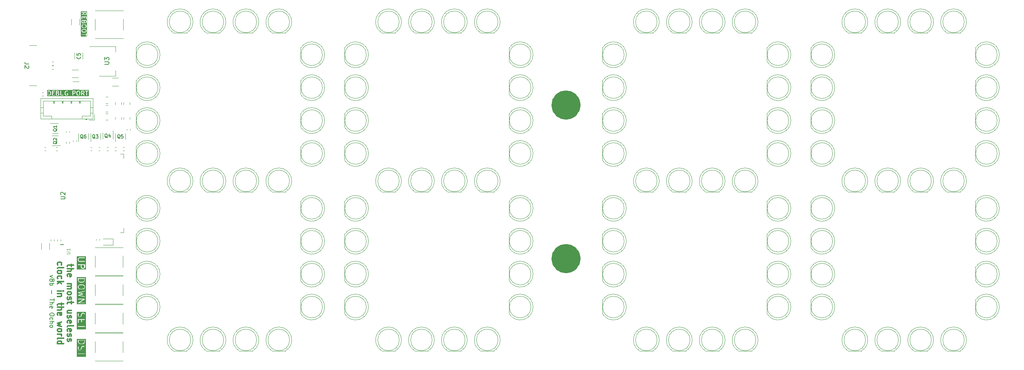
<source format=gbr>
%TF.GenerationSoftware,KiCad,Pcbnew,7.0.8*%
%TF.CreationDate,2024-09-21T08:52:27-04:00*%
%TF.ProjectId,clock,636c6f63-6b2e-46b6-9963-61645f706362,rev?*%
%TF.SameCoordinates,Original*%
%TF.FileFunction,Legend,Top*%
%TF.FilePolarity,Positive*%
%FSLAX46Y46*%
G04 Gerber Fmt 4.6, Leading zero omitted, Abs format (unit mm)*
G04 Created by KiCad (PCBNEW 7.0.8) date 2024-09-21 08:52:27*
%MOMM*%
%LPD*%
G01*
G04 APERTURE LIST*
%ADD10C,3.377000*%
%ADD11C,0.150000*%
%ADD12C,0.300000*%
%ADD13C,0.187500*%
%ADD14C,0.100000*%
%ADD15C,0.120000*%
G04 APERTURE END LIST*
D10*
X156825500Y-35518600D02*
G75*
G03*
X156825500Y-35518600I-1688500J0D01*
G01*
X156825500Y-71078600D02*
G75*
G03*
X156825500Y-71078600I-1688500J0D01*
G01*
D11*
G36*
X43616371Y-90310398D02*
G01*
X43554390Y-90496340D01*
X43432657Y-90618073D01*
X43308051Y-90680376D01*
X43039280Y-90747569D01*
X42843462Y-90747569D01*
X42574690Y-90680376D01*
X42450084Y-90618073D01*
X42328352Y-90496341D01*
X42266371Y-90310398D01*
X42266371Y-90040426D01*
X43616371Y-90040426D01*
X43616371Y-90310398D01*
G37*
G36*
X43980657Y-93825002D02*
G01*
X41902085Y-93825002D01*
X41902085Y-93095259D01*
X42117510Y-93095259D01*
X42126419Y-93145783D01*
X42165719Y-93178760D01*
X42191371Y-93183283D01*
X43616371Y-93183283D01*
X43616371Y-93536855D01*
X43633918Y-93585064D01*
X43678347Y-93610716D01*
X43728871Y-93601807D01*
X43761848Y-93562507D01*
X43766371Y-93536855D01*
X43766371Y-92679712D01*
X43748824Y-92631503D01*
X43704395Y-92605851D01*
X43653871Y-92614760D01*
X43620894Y-92654060D01*
X43616371Y-92679712D01*
X43616371Y-93033283D01*
X42191371Y-93033283D01*
X42143162Y-93050830D01*
X42117510Y-93095259D01*
X41902085Y-93095259D01*
X41902085Y-91965426D01*
X42116371Y-91965426D01*
X42117904Y-91969639D01*
X42116863Y-91974000D01*
X42124289Y-91998967D01*
X42195718Y-92141825D01*
X42196907Y-92142950D01*
X42209767Y-92161317D01*
X42281195Y-92232745D01*
X42282680Y-92233437D01*
X42300687Y-92246794D01*
X42443544Y-92318223D01*
X42447997Y-92318735D01*
X42451433Y-92321618D01*
X42477085Y-92326141D01*
X42619942Y-92326141D01*
X42624155Y-92324607D01*
X42628516Y-92325649D01*
X42653483Y-92318223D01*
X42796341Y-92246794D01*
X42797466Y-92245604D01*
X42815833Y-92232745D01*
X42887261Y-92161317D01*
X42887952Y-92159835D01*
X42901310Y-92141825D01*
X42972739Y-91998967D01*
X42973145Y-91995438D01*
X42978418Y-91983616D01*
X43047849Y-91705888D01*
X43110153Y-91581281D01*
X43164369Y-91527065D01*
X43280505Y-91468998D01*
X43387952Y-91468998D01*
X43504086Y-91527064D01*
X43558302Y-91581281D01*
X43616371Y-91697417D01*
X43616371Y-92024684D01*
X43548791Y-92227424D01*
X43550192Y-92278708D01*
X43584229Y-92317093D01*
X43634978Y-92324618D01*
X43678690Y-92297763D01*
X43691093Y-92274858D01*
X43762522Y-92060573D01*
X43762477Y-92058937D01*
X43766371Y-92036855D01*
X43766371Y-91679712D01*
X43764837Y-91675498D01*
X43765879Y-91671137D01*
X43758453Y-91646171D01*
X43687024Y-91503314D01*
X43685837Y-91502190D01*
X43672975Y-91483822D01*
X43601547Y-91412393D01*
X43600065Y-91411701D01*
X43582055Y-91398344D01*
X43439198Y-91326916D01*
X43434744Y-91326403D01*
X43431309Y-91323521D01*
X43405657Y-91318998D01*
X43262800Y-91318998D01*
X43258587Y-91320531D01*
X43254226Y-91319489D01*
X43229260Y-91326916D01*
X43086401Y-91398344D01*
X43085276Y-91399531D01*
X43066909Y-91412393D01*
X42995481Y-91483822D01*
X42994790Y-91485303D01*
X42981432Y-91503314D01*
X42910003Y-91646171D01*
X42909596Y-91649699D01*
X42904324Y-91661522D01*
X42834892Y-91939250D01*
X42772589Y-92063857D01*
X42718373Y-92118073D01*
X42602237Y-92176141D01*
X42494790Y-92176141D01*
X42378655Y-92118073D01*
X42324439Y-92063857D01*
X42266371Y-91947721D01*
X42266371Y-91620454D01*
X42333951Y-91417716D01*
X42332550Y-91366432D01*
X42298513Y-91328046D01*
X42247764Y-91320521D01*
X42204051Y-91347376D01*
X42191649Y-91370281D01*
X42120220Y-91584567D01*
X42120264Y-91586201D01*
X42116371Y-91608284D01*
X42116371Y-91965426D01*
X41902085Y-91965426D01*
X41902085Y-90322569D01*
X42116371Y-90322569D01*
X42116931Y-90324107D01*
X42120220Y-90346286D01*
X42191649Y-90560572D01*
X42194436Y-90564084D01*
X42194827Y-90568551D01*
X42209767Y-90589888D01*
X42352624Y-90732745D01*
X42354109Y-90733437D01*
X42372116Y-90746794D01*
X42514973Y-90818223D01*
X42518501Y-90818629D01*
X42530324Y-90823902D01*
X42816038Y-90895330D01*
X42819486Y-90894969D01*
X42834228Y-90897569D01*
X43048514Y-90897569D01*
X43051771Y-90896383D01*
X43066704Y-90895330D01*
X43352418Y-90823902D01*
X43355362Y-90821913D01*
X43367769Y-90818223D01*
X43510626Y-90746794D01*
X43511751Y-90745604D01*
X43530118Y-90732745D01*
X43672975Y-90589888D01*
X43674870Y-90585823D01*
X43678690Y-90583477D01*
X43691093Y-90560572D01*
X43762522Y-90346287D01*
X43762477Y-90344651D01*
X43766371Y-90322569D01*
X43766371Y-89965426D01*
X43759707Y-89947117D01*
X43756323Y-89927926D01*
X43751138Y-89923575D01*
X43748824Y-89917217D01*
X43731950Y-89907474D01*
X43717023Y-89894949D01*
X43707280Y-89893231D01*
X43704395Y-89891565D01*
X43701112Y-89892143D01*
X43691371Y-89890426D01*
X42191371Y-89890426D01*
X42173062Y-89897089D01*
X42153871Y-89900474D01*
X42149520Y-89905658D01*
X42143162Y-89907973D01*
X42133419Y-89924846D01*
X42120894Y-89939774D01*
X42119176Y-89949516D01*
X42117510Y-89952402D01*
X42118088Y-89955684D01*
X42116371Y-89965426D01*
X42116371Y-90322569D01*
X41902085Y-90322569D01*
X41902085Y-89676140D01*
X43980657Y-89676140D01*
X43980657Y-93825002D01*
G37*
D12*
X40610666Y-72381600D02*
X40610666Y-72914933D01*
X41077333Y-72581600D02*
X39877333Y-72581600D01*
X39877333Y-72581600D02*
X39744000Y-72648267D01*
X39744000Y-72648267D02*
X39677333Y-72781600D01*
X39677333Y-72781600D02*
X39677333Y-72914933D01*
X39677333Y-73381600D02*
X41077333Y-73381600D01*
X39677333Y-73981600D02*
X40410666Y-73981600D01*
X40410666Y-73981600D02*
X40544000Y-73914933D01*
X40544000Y-73914933D02*
X40610666Y-73781600D01*
X40610666Y-73781600D02*
X40610666Y-73581600D01*
X40610666Y-73581600D02*
X40544000Y-73448267D01*
X40544000Y-73448267D02*
X40477333Y-73381600D01*
X39744000Y-75181600D02*
X39677333Y-75048267D01*
X39677333Y-75048267D02*
X39677333Y-74781600D01*
X39677333Y-74781600D02*
X39744000Y-74648267D01*
X39744000Y-74648267D02*
X39877333Y-74581600D01*
X39877333Y-74581600D02*
X40410666Y-74581600D01*
X40410666Y-74581600D02*
X40544000Y-74648267D01*
X40544000Y-74648267D02*
X40610666Y-74781600D01*
X40610666Y-74781600D02*
X40610666Y-75048267D01*
X40610666Y-75048267D02*
X40544000Y-75181600D01*
X40544000Y-75181600D02*
X40410666Y-75248267D01*
X40410666Y-75248267D02*
X40277333Y-75248267D01*
X40277333Y-75248267D02*
X40144000Y-74581600D01*
X39677333Y-76914934D02*
X40610666Y-76914934D01*
X40477333Y-76914934D02*
X40544000Y-76981601D01*
X40544000Y-76981601D02*
X40610666Y-77114934D01*
X40610666Y-77114934D02*
X40610666Y-77314934D01*
X40610666Y-77314934D02*
X40544000Y-77448267D01*
X40544000Y-77448267D02*
X40410666Y-77514934D01*
X40410666Y-77514934D02*
X39677333Y-77514934D01*
X40410666Y-77514934D02*
X40544000Y-77581601D01*
X40544000Y-77581601D02*
X40610666Y-77714934D01*
X40610666Y-77714934D02*
X40610666Y-77914934D01*
X40610666Y-77914934D02*
X40544000Y-78048267D01*
X40544000Y-78048267D02*
X40410666Y-78114934D01*
X40410666Y-78114934D02*
X39677333Y-78114934D01*
X39677333Y-78981601D02*
X39744000Y-78848268D01*
X39744000Y-78848268D02*
X39810666Y-78781601D01*
X39810666Y-78781601D02*
X39944000Y-78714934D01*
X39944000Y-78714934D02*
X40344000Y-78714934D01*
X40344000Y-78714934D02*
X40477333Y-78781601D01*
X40477333Y-78781601D02*
X40544000Y-78848268D01*
X40544000Y-78848268D02*
X40610666Y-78981601D01*
X40610666Y-78981601D02*
X40610666Y-79181601D01*
X40610666Y-79181601D02*
X40544000Y-79314934D01*
X40544000Y-79314934D02*
X40477333Y-79381601D01*
X40477333Y-79381601D02*
X40344000Y-79448268D01*
X40344000Y-79448268D02*
X39944000Y-79448268D01*
X39944000Y-79448268D02*
X39810666Y-79381601D01*
X39810666Y-79381601D02*
X39744000Y-79314934D01*
X39744000Y-79314934D02*
X39677333Y-79181601D01*
X39677333Y-79181601D02*
X39677333Y-78981601D01*
X39744000Y-79981601D02*
X39677333Y-80114935D01*
X39677333Y-80114935D02*
X39677333Y-80381601D01*
X39677333Y-80381601D02*
X39744000Y-80514935D01*
X39744000Y-80514935D02*
X39877333Y-80581601D01*
X39877333Y-80581601D02*
X39944000Y-80581601D01*
X39944000Y-80581601D02*
X40077333Y-80514935D01*
X40077333Y-80514935D02*
X40144000Y-80381601D01*
X40144000Y-80381601D02*
X40144000Y-80181601D01*
X40144000Y-80181601D02*
X40210666Y-80048268D01*
X40210666Y-80048268D02*
X40344000Y-79981601D01*
X40344000Y-79981601D02*
X40410666Y-79981601D01*
X40410666Y-79981601D02*
X40544000Y-80048268D01*
X40544000Y-80048268D02*
X40610666Y-80181601D01*
X40610666Y-80181601D02*
X40610666Y-80381601D01*
X40610666Y-80381601D02*
X40544000Y-80514935D01*
X40610666Y-80981601D02*
X40610666Y-81514934D01*
X41077333Y-81181601D02*
X39877333Y-81181601D01*
X39877333Y-81181601D02*
X39744000Y-81248268D01*
X39744000Y-81248268D02*
X39677333Y-81381601D01*
X39677333Y-81381601D02*
X39677333Y-81514934D01*
X40610666Y-83648268D02*
X39677333Y-83648268D01*
X40610666Y-83048268D02*
X39877333Y-83048268D01*
X39877333Y-83048268D02*
X39744000Y-83114935D01*
X39744000Y-83114935D02*
X39677333Y-83248268D01*
X39677333Y-83248268D02*
X39677333Y-83448268D01*
X39677333Y-83448268D02*
X39744000Y-83581601D01*
X39744000Y-83581601D02*
X39810666Y-83648268D01*
X39744000Y-84248268D02*
X39677333Y-84381602D01*
X39677333Y-84381602D02*
X39677333Y-84648268D01*
X39677333Y-84648268D02*
X39744000Y-84781602D01*
X39744000Y-84781602D02*
X39877333Y-84848268D01*
X39877333Y-84848268D02*
X39944000Y-84848268D01*
X39944000Y-84848268D02*
X40077333Y-84781602D01*
X40077333Y-84781602D02*
X40144000Y-84648268D01*
X40144000Y-84648268D02*
X40144000Y-84448268D01*
X40144000Y-84448268D02*
X40210666Y-84314935D01*
X40210666Y-84314935D02*
X40344000Y-84248268D01*
X40344000Y-84248268D02*
X40410666Y-84248268D01*
X40410666Y-84248268D02*
X40544000Y-84314935D01*
X40544000Y-84314935D02*
X40610666Y-84448268D01*
X40610666Y-84448268D02*
X40610666Y-84648268D01*
X40610666Y-84648268D02*
X40544000Y-84781602D01*
X39744000Y-85981601D02*
X39677333Y-85848268D01*
X39677333Y-85848268D02*
X39677333Y-85581601D01*
X39677333Y-85581601D02*
X39744000Y-85448268D01*
X39744000Y-85448268D02*
X39877333Y-85381601D01*
X39877333Y-85381601D02*
X40410666Y-85381601D01*
X40410666Y-85381601D02*
X40544000Y-85448268D01*
X40544000Y-85448268D02*
X40610666Y-85581601D01*
X40610666Y-85581601D02*
X40610666Y-85848268D01*
X40610666Y-85848268D02*
X40544000Y-85981601D01*
X40544000Y-85981601D02*
X40410666Y-86048268D01*
X40410666Y-86048268D02*
X40277333Y-86048268D01*
X40277333Y-86048268D02*
X40144000Y-85381601D01*
X39677333Y-86848268D02*
X39744000Y-86714935D01*
X39744000Y-86714935D02*
X39877333Y-86648268D01*
X39877333Y-86648268D02*
X41077333Y-86648268D01*
X39744000Y-87914934D02*
X39677333Y-87781601D01*
X39677333Y-87781601D02*
X39677333Y-87514934D01*
X39677333Y-87514934D02*
X39744000Y-87381601D01*
X39744000Y-87381601D02*
X39877333Y-87314934D01*
X39877333Y-87314934D02*
X40410666Y-87314934D01*
X40410666Y-87314934D02*
X40544000Y-87381601D01*
X40544000Y-87381601D02*
X40610666Y-87514934D01*
X40610666Y-87514934D02*
X40610666Y-87781601D01*
X40610666Y-87781601D02*
X40544000Y-87914934D01*
X40544000Y-87914934D02*
X40410666Y-87981601D01*
X40410666Y-87981601D02*
X40277333Y-87981601D01*
X40277333Y-87981601D02*
X40144000Y-87314934D01*
X39744000Y-88514934D02*
X39677333Y-88648268D01*
X39677333Y-88648268D02*
X39677333Y-88914934D01*
X39677333Y-88914934D02*
X39744000Y-89048268D01*
X39744000Y-89048268D02*
X39877333Y-89114934D01*
X39877333Y-89114934D02*
X39944000Y-89114934D01*
X39944000Y-89114934D02*
X40077333Y-89048268D01*
X40077333Y-89048268D02*
X40144000Y-88914934D01*
X40144000Y-88914934D02*
X40144000Y-88714934D01*
X40144000Y-88714934D02*
X40210666Y-88581601D01*
X40210666Y-88581601D02*
X40344000Y-88514934D01*
X40344000Y-88514934D02*
X40410666Y-88514934D01*
X40410666Y-88514934D02*
X40544000Y-88581601D01*
X40544000Y-88581601D02*
X40610666Y-88714934D01*
X40610666Y-88714934D02*
X40610666Y-88914934D01*
X40610666Y-88914934D02*
X40544000Y-89048268D01*
X39744000Y-89648267D02*
X39677333Y-89781601D01*
X39677333Y-89781601D02*
X39677333Y-90048267D01*
X39677333Y-90048267D02*
X39744000Y-90181601D01*
X39744000Y-90181601D02*
X39877333Y-90248267D01*
X39877333Y-90248267D02*
X39944000Y-90248267D01*
X39944000Y-90248267D02*
X40077333Y-90181601D01*
X40077333Y-90181601D02*
X40144000Y-90048267D01*
X40144000Y-90048267D02*
X40144000Y-89848267D01*
X40144000Y-89848267D02*
X40210666Y-89714934D01*
X40210666Y-89714934D02*
X40344000Y-89648267D01*
X40344000Y-89648267D02*
X40410666Y-89648267D01*
X40410666Y-89648267D02*
X40544000Y-89714934D01*
X40544000Y-89714934D02*
X40610666Y-89848267D01*
X40610666Y-89848267D02*
X40610666Y-90048267D01*
X40610666Y-90048267D02*
X40544000Y-90181601D01*
X37490000Y-72548265D02*
X37423333Y-72414932D01*
X37423333Y-72414932D02*
X37423333Y-72148265D01*
X37423333Y-72148265D02*
X37490000Y-72014932D01*
X37490000Y-72014932D02*
X37556666Y-71948265D01*
X37556666Y-71948265D02*
X37690000Y-71881598D01*
X37690000Y-71881598D02*
X38090000Y-71881598D01*
X38090000Y-71881598D02*
X38223333Y-71948265D01*
X38223333Y-71948265D02*
X38290000Y-72014932D01*
X38290000Y-72014932D02*
X38356666Y-72148265D01*
X38356666Y-72148265D02*
X38356666Y-72414932D01*
X38356666Y-72414932D02*
X38290000Y-72548265D01*
X37423333Y-73348265D02*
X37490000Y-73214932D01*
X37490000Y-73214932D02*
X37623333Y-73148265D01*
X37623333Y-73148265D02*
X38823333Y-73148265D01*
X37423333Y-74081598D02*
X37490000Y-73948265D01*
X37490000Y-73948265D02*
X37556666Y-73881598D01*
X37556666Y-73881598D02*
X37690000Y-73814931D01*
X37690000Y-73814931D02*
X38090000Y-73814931D01*
X38090000Y-73814931D02*
X38223333Y-73881598D01*
X38223333Y-73881598D02*
X38290000Y-73948265D01*
X38290000Y-73948265D02*
X38356666Y-74081598D01*
X38356666Y-74081598D02*
X38356666Y-74281598D01*
X38356666Y-74281598D02*
X38290000Y-74414931D01*
X38290000Y-74414931D02*
X38223333Y-74481598D01*
X38223333Y-74481598D02*
X38090000Y-74548265D01*
X38090000Y-74548265D02*
X37690000Y-74548265D01*
X37690000Y-74548265D02*
X37556666Y-74481598D01*
X37556666Y-74481598D02*
X37490000Y-74414931D01*
X37490000Y-74414931D02*
X37423333Y-74281598D01*
X37423333Y-74281598D02*
X37423333Y-74081598D01*
X37490000Y-75748265D02*
X37423333Y-75614932D01*
X37423333Y-75614932D02*
X37423333Y-75348265D01*
X37423333Y-75348265D02*
X37490000Y-75214932D01*
X37490000Y-75214932D02*
X37556666Y-75148265D01*
X37556666Y-75148265D02*
X37690000Y-75081598D01*
X37690000Y-75081598D02*
X38090000Y-75081598D01*
X38090000Y-75081598D02*
X38223333Y-75148265D01*
X38223333Y-75148265D02*
X38290000Y-75214932D01*
X38290000Y-75214932D02*
X38356666Y-75348265D01*
X38356666Y-75348265D02*
X38356666Y-75614932D01*
X38356666Y-75614932D02*
X38290000Y-75748265D01*
X37423333Y-76348265D02*
X38823333Y-76348265D01*
X37956666Y-76481598D02*
X37423333Y-76881598D01*
X38356666Y-76881598D02*
X37823333Y-76348265D01*
X37423333Y-78548265D02*
X38356666Y-78548265D01*
X38823333Y-78548265D02*
X38756666Y-78481598D01*
X38756666Y-78481598D02*
X38690000Y-78548265D01*
X38690000Y-78548265D02*
X38756666Y-78614932D01*
X38756666Y-78614932D02*
X38823333Y-78548265D01*
X38823333Y-78548265D02*
X38690000Y-78548265D01*
X38356666Y-79214932D02*
X37423333Y-79214932D01*
X38223333Y-79214932D02*
X38290000Y-79281599D01*
X38290000Y-79281599D02*
X38356666Y-79414932D01*
X38356666Y-79414932D02*
X38356666Y-79614932D01*
X38356666Y-79614932D02*
X38290000Y-79748265D01*
X38290000Y-79748265D02*
X38156666Y-79814932D01*
X38156666Y-79814932D02*
X37423333Y-79814932D01*
X38356666Y-81348266D02*
X38356666Y-81881599D01*
X38823333Y-81548266D02*
X37623333Y-81548266D01*
X37623333Y-81548266D02*
X37490000Y-81614933D01*
X37490000Y-81614933D02*
X37423333Y-81748266D01*
X37423333Y-81748266D02*
X37423333Y-81881599D01*
X37423333Y-82348266D02*
X38823333Y-82348266D01*
X37423333Y-82948266D02*
X38156666Y-82948266D01*
X38156666Y-82948266D02*
X38290000Y-82881599D01*
X38290000Y-82881599D02*
X38356666Y-82748266D01*
X38356666Y-82748266D02*
X38356666Y-82548266D01*
X38356666Y-82548266D02*
X38290000Y-82414933D01*
X38290000Y-82414933D02*
X38223333Y-82348266D01*
X37490000Y-84148266D02*
X37423333Y-84014933D01*
X37423333Y-84014933D02*
X37423333Y-83748266D01*
X37423333Y-83748266D02*
X37490000Y-83614933D01*
X37490000Y-83614933D02*
X37623333Y-83548266D01*
X37623333Y-83548266D02*
X38156666Y-83548266D01*
X38156666Y-83548266D02*
X38290000Y-83614933D01*
X38290000Y-83614933D02*
X38356666Y-83748266D01*
X38356666Y-83748266D02*
X38356666Y-84014933D01*
X38356666Y-84014933D02*
X38290000Y-84148266D01*
X38290000Y-84148266D02*
X38156666Y-84214933D01*
X38156666Y-84214933D02*
X38023333Y-84214933D01*
X38023333Y-84214933D02*
X37890000Y-83548266D01*
X38356666Y-85748267D02*
X37423333Y-86014933D01*
X37423333Y-86014933D02*
X38090000Y-86281600D01*
X38090000Y-86281600D02*
X37423333Y-86548267D01*
X37423333Y-86548267D02*
X38356666Y-86814933D01*
X37423333Y-87548267D02*
X37490000Y-87414934D01*
X37490000Y-87414934D02*
X37556666Y-87348267D01*
X37556666Y-87348267D02*
X37690000Y-87281600D01*
X37690000Y-87281600D02*
X38090000Y-87281600D01*
X38090000Y-87281600D02*
X38223333Y-87348267D01*
X38223333Y-87348267D02*
X38290000Y-87414934D01*
X38290000Y-87414934D02*
X38356666Y-87548267D01*
X38356666Y-87548267D02*
X38356666Y-87748267D01*
X38356666Y-87748267D02*
X38290000Y-87881600D01*
X38290000Y-87881600D02*
X38223333Y-87948267D01*
X38223333Y-87948267D02*
X38090000Y-88014934D01*
X38090000Y-88014934D02*
X37690000Y-88014934D01*
X37690000Y-88014934D02*
X37556666Y-87948267D01*
X37556666Y-87948267D02*
X37490000Y-87881600D01*
X37490000Y-87881600D02*
X37423333Y-87748267D01*
X37423333Y-87748267D02*
X37423333Y-87548267D01*
X37423333Y-88614934D02*
X38356666Y-88614934D01*
X38090000Y-88614934D02*
X38223333Y-88681601D01*
X38223333Y-88681601D02*
X38290000Y-88748267D01*
X38290000Y-88748267D02*
X38356666Y-88881601D01*
X38356666Y-88881601D02*
X38356666Y-89014934D01*
X37423333Y-89681601D02*
X37490000Y-89548268D01*
X37490000Y-89548268D02*
X37623333Y-89481601D01*
X37623333Y-89481601D02*
X38823333Y-89481601D01*
X37423333Y-90814934D02*
X38823333Y-90814934D01*
X37490000Y-90814934D02*
X37423333Y-90681601D01*
X37423333Y-90681601D02*
X37423333Y-90414934D01*
X37423333Y-90414934D02*
X37490000Y-90281601D01*
X37490000Y-90281601D02*
X37556666Y-90214934D01*
X37556666Y-90214934D02*
X37690000Y-90148267D01*
X37690000Y-90148267D02*
X38090000Y-90148267D01*
X38090000Y-90148267D02*
X38223333Y-90214934D01*
X38223333Y-90214934D02*
X38290000Y-90281601D01*
X38290000Y-90281601D02*
X38356666Y-90414934D01*
X38356666Y-90414934D02*
X38356666Y-90681601D01*
X38356666Y-90681601D02*
X38290000Y-90814934D01*
D11*
G36*
X43438741Y-77258348D02*
G01*
X43558303Y-77377910D01*
X43616371Y-77494046D01*
X43616371Y-77744349D01*
X43558303Y-77860484D01*
X43438741Y-77980046D01*
X43182137Y-78044198D01*
X42700605Y-78044198D01*
X42444000Y-77980046D01*
X42324438Y-77860484D01*
X42266371Y-77744349D01*
X42266371Y-77494046D01*
X42324438Y-77377910D01*
X42444000Y-77258348D01*
X42700605Y-77194198D01*
X43182137Y-77194198D01*
X43438741Y-77258348D01*
G37*
G36*
X43616371Y-76035598D02*
G01*
X43554390Y-76221540D01*
X43432657Y-76343273D01*
X43308051Y-76405576D01*
X43039280Y-76472769D01*
X42843462Y-76472769D01*
X42574690Y-76405576D01*
X42450084Y-76343273D01*
X42328352Y-76221541D01*
X42266371Y-76035598D01*
X42266371Y-75765626D01*
X43616371Y-75765626D01*
X43616371Y-76035598D01*
G37*
G36*
X43980657Y-81622770D02*
G01*
X41902085Y-81622770D01*
X41902085Y-81320460D01*
X42117510Y-81320460D01*
X42120866Y-81339493D01*
X42120780Y-81358821D01*
X42125214Y-81364154D01*
X42126419Y-81370984D01*
X42141225Y-81383408D01*
X42153582Y-81398268D01*
X42160405Y-81399502D01*
X42165719Y-81403961D01*
X42191371Y-81408484D01*
X43691371Y-81408484D01*
X43739580Y-81390937D01*
X43765232Y-81346508D01*
X43756323Y-81295984D01*
X43717023Y-81263007D01*
X43691371Y-81258484D01*
X42473788Y-81258484D01*
X43728582Y-80541459D01*
X43733063Y-80536165D01*
X43739580Y-80533794D01*
X43749243Y-80517056D01*
X43761733Y-80502306D01*
X43761763Y-80495371D01*
X43765232Y-80489365D01*
X43761875Y-80470331D01*
X43761962Y-80451004D01*
X43757527Y-80445670D01*
X43756323Y-80438841D01*
X43741516Y-80426416D01*
X43729160Y-80411557D01*
X43722336Y-80410322D01*
X43717023Y-80405864D01*
X43691371Y-80401341D01*
X42191371Y-80401341D01*
X42143162Y-80418888D01*
X42117510Y-80463317D01*
X42126419Y-80513841D01*
X42165719Y-80546818D01*
X42191371Y-80551341D01*
X43408955Y-80551341D01*
X42154161Y-81268366D01*
X42149679Y-81273658D01*
X42143162Y-81276031D01*
X42133497Y-81292770D01*
X42121009Y-81307519D01*
X42120978Y-81314453D01*
X42117510Y-81320460D01*
X41902085Y-81320460D01*
X41902085Y-78980779D01*
X42116502Y-78980779D01*
X42119626Y-78988001D01*
X42118950Y-78995839D01*
X42129547Y-79010935D01*
X42136871Y-79027865D01*
X42143904Y-79031388D01*
X42148426Y-79037829D01*
X42172046Y-79048809D01*
X42971720Y-79262055D01*
X42172046Y-79475302D01*
X42165594Y-79479807D01*
X42157780Y-79480713D01*
X42145106Y-79494118D01*
X42129986Y-79504679D01*
X42127941Y-79512273D01*
X42122535Y-79517992D01*
X42121443Y-79536405D01*
X42116648Y-79554217D01*
X42119965Y-79561353D01*
X42119500Y-79569206D01*
X42130496Y-79584009D01*
X42138274Y-79600740D01*
X42145402Y-79604074D01*
X42150093Y-79610389D01*
X42173999Y-79620730D01*
X43673999Y-79977873D01*
X43724962Y-79971970D01*
X43760207Y-79934691D01*
X43763243Y-79883477D01*
X43732649Y-79842294D01*
X43708743Y-79831953D01*
X42497886Y-79543653D01*
X43282125Y-79334523D01*
X43287747Y-79330595D01*
X43294578Y-79329990D01*
X43308280Y-79316254D01*
X43324185Y-79305146D01*
X43325967Y-79298524D01*
X43330811Y-79293670D01*
X43332478Y-79274343D01*
X43337523Y-79255608D01*
X43334631Y-79249388D01*
X43335221Y-79242557D01*
X43324073Y-79226677D01*
X43315896Y-79209086D01*
X43309685Y-79206181D01*
X43305745Y-79200567D01*
X43282125Y-79189587D01*
X42497887Y-78980457D01*
X43708743Y-78692158D01*
X43751576Y-78663922D01*
X43766240Y-78614760D01*
X43745871Y-78567674D01*
X43700002Y-78544696D01*
X43673999Y-78546238D01*
X42173999Y-78903381D01*
X42167430Y-78907710D01*
X42159593Y-78908406D01*
X42146563Y-78921466D01*
X42131166Y-78931617D01*
X42128917Y-78939155D01*
X42123360Y-78944726D01*
X42121774Y-78963102D01*
X42116502Y-78980779D01*
X41902085Y-78980779D01*
X41902085Y-77762055D01*
X42116371Y-77762055D01*
X42117904Y-77766268D01*
X42116863Y-77770630D01*
X42124289Y-77795596D01*
X42195718Y-77938453D01*
X42196907Y-77939578D01*
X42209767Y-77957945D01*
X42352624Y-78100802D01*
X42359331Y-78103929D01*
X42363678Y-78109920D01*
X42387467Y-78120530D01*
X42673180Y-78191959D01*
X42676628Y-78191598D01*
X42691371Y-78194198D01*
X43191371Y-78194198D01*
X43194628Y-78193012D01*
X43209561Y-78191959D01*
X43495275Y-78120530D01*
X43501408Y-78116387D01*
X43508781Y-78115742D01*
X43530118Y-78100802D01*
X43672975Y-77957945D01*
X43673667Y-77956459D01*
X43687024Y-77938453D01*
X43758453Y-77795596D01*
X43758965Y-77791142D01*
X43761848Y-77787707D01*
X43766371Y-77762055D01*
X43766371Y-77476341D01*
X43764837Y-77472127D01*
X43765879Y-77467766D01*
X43758453Y-77442800D01*
X43687024Y-77299943D01*
X43685837Y-77298819D01*
X43672975Y-77280451D01*
X43530118Y-77137593D01*
X43523410Y-77134465D01*
X43519064Y-77128475D01*
X43495275Y-77117865D01*
X43209561Y-77046437D01*
X43206112Y-77046797D01*
X43191371Y-77044198D01*
X42691371Y-77044198D01*
X42688113Y-77045383D01*
X42673181Y-77046437D01*
X42387467Y-77117865D01*
X42381333Y-77122007D01*
X42373961Y-77122653D01*
X42352624Y-77137593D01*
X42209767Y-77280451D01*
X42209076Y-77281932D01*
X42195718Y-77299943D01*
X42124289Y-77442800D01*
X42123776Y-77447253D01*
X42120894Y-77450689D01*
X42116371Y-77476341D01*
X42116371Y-77762055D01*
X41902085Y-77762055D01*
X41902085Y-76047769D01*
X42116371Y-76047769D01*
X42116931Y-76049307D01*
X42120220Y-76071486D01*
X42191649Y-76285772D01*
X42194436Y-76289284D01*
X42194827Y-76293751D01*
X42209767Y-76315088D01*
X42352624Y-76457945D01*
X42354109Y-76458637D01*
X42372116Y-76471994D01*
X42514973Y-76543423D01*
X42518501Y-76543829D01*
X42530324Y-76549102D01*
X42816038Y-76620530D01*
X42819486Y-76620169D01*
X42834228Y-76622769D01*
X43048514Y-76622769D01*
X43051771Y-76621583D01*
X43066704Y-76620530D01*
X43352418Y-76549102D01*
X43355362Y-76547113D01*
X43367769Y-76543423D01*
X43510626Y-76471994D01*
X43511751Y-76470804D01*
X43530118Y-76457945D01*
X43672975Y-76315088D01*
X43674870Y-76311023D01*
X43678690Y-76308677D01*
X43691093Y-76285772D01*
X43762522Y-76071487D01*
X43762477Y-76069851D01*
X43766371Y-76047769D01*
X43766371Y-75690626D01*
X43759707Y-75672317D01*
X43756323Y-75653126D01*
X43751138Y-75648775D01*
X43748824Y-75642417D01*
X43731950Y-75632674D01*
X43717023Y-75620149D01*
X43707280Y-75618431D01*
X43704395Y-75616765D01*
X43701112Y-75617343D01*
X43691371Y-75615626D01*
X42191371Y-75615626D01*
X42173062Y-75622289D01*
X42153871Y-75625674D01*
X42149520Y-75630858D01*
X42143162Y-75633173D01*
X42133419Y-75650046D01*
X42120894Y-75664974D01*
X42119176Y-75674716D01*
X42117510Y-75677602D01*
X42118088Y-75680884D01*
X42116371Y-75690626D01*
X42116371Y-76047769D01*
X41902085Y-76047769D01*
X41902085Y-75401340D01*
X43980657Y-75401340D01*
X43980657Y-81622770D01*
G37*
G36*
X43980657Y-87484545D02*
G01*
X41902085Y-87484545D01*
X41902085Y-86754802D01*
X42117510Y-86754802D01*
X42126419Y-86805326D01*
X42165719Y-86838303D01*
X42191371Y-86842826D01*
X43616371Y-86842826D01*
X43616371Y-87196398D01*
X43633918Y-87244607D01*
X43678347Y-87270259D01*
X43728871Y-87261350D01*
X43761848Y-87222050D01*
X43766371Y-87196398D01*
X43766371Y-86339255D01*
X43748824Y-86291046D01*
X43704395Y-86265394D01*
X43653871Y-86274303D01*
X43620894Y-86313603D01*
X43616371Y-86339255D01*
X43616371Y-86692826D01*
X42191371Y-86692826D01*
X42143162Y-86710373D01*
X42117510Y-86754802D01*
X41902085Y-86754802D01*
X41902085Y-85910683D01*
X42116371Y-85910683D01*
X42133918Y-85958892D01*
X42178347Y-85984544D01*
X42228871Y-85975635D01*
X42261848Y-85936335D01*
X42266371Y-85910683D01*
X42266371Y-85271397D01*
X42902085Y-85271397D01*
X42902085Y-85696397D01*
X42919632Y-85744606D01*
X42964061Y-85770258D01*
X43014585Y-85761349D01*
X43047562Y-85722049D01*
X43052085Y-85696397D01*
X43052085Y-85271397D01*
X43616371Y-85271397D01*
X43616371Y-85910683D01*
X43633918Y-85958892D01*
X43678347Y-85984544D01*
X43728871Y-85975635D01*
X43761848Y-85936335D01*
X43766371Y-85910683D01*
X43766371Y-85196397D01*
X43759707Y-85178088D01*
X43756323Y-85158897D01*
X43751138Y-85154546D01*
X43748824Y-85148188D01*
X43731950Y-85138445D01*
X43717023Y-85125920D01*
X43707280Y-85124202D01*
X43704395Y-85122536D01*
X43701112Y-85123114D01*
X43691371Y-85121397D01*
X42191371Y-85121397D01*
X42173062Y-85128060D01*
X42153871Y-85131445D01*
X42149520Y-85136629D01*
X42143162Y-85138944D01*
X42133419Y-85155817D01*
X42120894Y-85170745D01*
X42119176Y-85180487D01*
X42117510Y-85183373D01*
X42118088Y-85186655D01*
X42116371Y-85196397D01*
X42116371Y-85910683D01*
X41902085Y-85910683D01*
X41902085Y-84267826D01*
X42116371Y-84267826D01*
X42117904Y-84272039D01*
X42116863Y-84276400D01*
X42124289Y-84301367D01*
X42195718Y-84444225D01*
X42196907Y-84445350D01*
X42209767Y-84463717D01*
X42281195Y-84535145D01*
X42282680Y-84535837D01*
X42300687Y-84549194D01*
X42443544Y-84620623D01*
X42447997Y-84621135D01*
X42451433Y-84624018D01*
X42477085Y-84628541D01*
X42619942Y-84628541D01*
X42624155Y-84627007D01*
X42628516Y-84628049D01*
X42653483Y-84620623D01*
X42796341Y-84549194D01*
X42797466Y-84548004D01*
X42815833Y-84535145D01*
X42887261Y-84463717D01*
X42887952Y-84462235D01*
X42901310Y-84444225D01*
X42972739Y-84301367D01*
X42973145Y-84297838D01*
X42978418Y-84286016D01*
X43047849Y-84008288D01*
X43110153Y-83883681D01*
X43164369Y-83829465D01*
X43280505Y-83771398D01*
X43387952Y-83771398D01*
X43504086Y-83829464D01*
X43558302Y-83883681D01*
X43616371Y-83999817D01*
X43616371Y-84327084D01*
X43548791Y-84529824D01*
X43550192Y-84581108D01*
X43584229Y-84619493D01*
X43634978Y-84627018D01*
X43678690Y-84600163D01*
X43691093Y-84577258D01*
X43762522Y-84362973D01*
X43762477Y-84361337D01*
X43766371Y-84339255D01*
X43766371Y-83982112D01*
X43764837Y-83977898D01*
X43765879Y-83973537D01*
X43758453Y-83948571D01*
X43687024Y-83805714D01*
X43685837Y-83804590D01*
X43672975Y-83786222D01*
X43601547Y-83714793D01*
X43600065Y-83714101D01*
X43582055Y-83700744D01*
X43439198Y-83629316D01*
X43434744Y-83628803D01*
X43431309Y-83625921D01*
X43405657Y-83621398D01*
X43262800Y-83621398D01*
X43258587Y-83622931D01*
X43254226Y-83621889D01*
X43229260Y-83629316D01*
X43086401Y-83700744D01*
X43085276Y-83701931D01*
X43066909Y-83714793D01*
X42995481Y-83786222D01*
X42994790Y-83787703D01*
X42981432Y-83805714D01*
X42910003Y-83948571D01*
X42909596Y-83952099D01*
X42904324Y-83963922D01*
X42834892Y-84241650D01*
X42772589Y-84366257D01*
X42718373Y-84420473D01*
X42602237Y-84478541D01*
X42494790Y-84478541D01*
X42378655Y-84420473D01*
X42324439Y-84366257D01*
X42266371Y-84250121D01*
X42266371Y-83922854D01*
X42333951Y-83720116D01*
X42332550Y-83668832D01*
X42298513Y-83630446D01*
X42247764Y-83622921D01*
X42204051Y-83649776D01*
X42191649Y-83672681D01*
X42120220Y-83886967D01*
X42120264Y-83888601D01*
X42116371Y-83910684D01*
X42116371Y-84267826D01*
X41902085Y-84267826D01*
X41902085Y-83407112D01*
X43980657Y-83407112D01*
X43980657Y-87484545D01*
G37*
G36*
X43874979Y-18072882D02*
G01*
X43946922Y-18144825D01*
X43981180Y-18213341D01*
X43981180Y-18368407D01*
X43946922Y-18436923D01*
X43874979Y-18508865D01*
X43713613Y-18549207D01*
X43398748Y-18549207D01*
X43237381Y-18508865D01*
X43165438Y-18436922D01*
X43131180Y-18368405D01*
X43131180Y-18213342D01*
X43165438Y-18144825D01*
X43237381Y-18072882D01*
X43398748Y-18032541D01*
X43713613Y-18032541D01*
X43874979Y-18072882D01*
G37*
G36*
X43874979Y-17025263D02*
G01*
X43946922Y-17097206D01*
X43981180Y-17165722D01*
X43981180Y-17320788D01*
X43946922Y-17389304D01*
X43874979Y-17461246D01*
X43713613Y-17501588D01*
X43398748Y-17501588D01*
X43237381Y-17461246D01*
X43165438Y-17389303D01*
X43131180Y-17320786D01*
X43131180Y-17165723D01*
X43165438Y-17097206D01*
X43237381Y-17025263D01*
X43398748Y-16984922D01*
X43713613Y-16984922D01*
X43874979Y-17025263D01*
G37*
G36*
X43504990Y-16278704D02*
G01*
X43466819Y-16393217D01*
X43440325Y-16419711D01*
X43371809Y-16453969D01*
X43264362Y-16453969D01*
X43195846Y-16419711D01*
X43165438Y-16389303D01*
X43131180Y-16320786D01*
X43131180Y-16032541D01*
X43504990Y-16032541D01*
X43504990Y-16278704D01*
G37*
G36*
X43981180Y-16273169D02*
G01*
X43946922Y-16341685D01*
X43916515Y-16372092D01*
X43847999Y-16406350D01*
X43788171Y-16406350D01*
X43719655Y-16372092D01*
X43689248Y-16341685D01*
X43654990Y-16273169D01*
X43654990Y-16032541D01*
X43981180Y-16032541D01*
X43981180Y-16273169D01*
G37*
G36*
X43981180Y-14416026D02*
G01*
X43946922Y-14484542D01*
X43916515Y-14514949D01*
X43847999Y-14549207D01*
X43740552Y-14549207D01*
X43672036Y-14514949D01*
X43641629Y-14484542D01*
X43607371Y-14416026D01*
X43607371Y-14127779D01*
X43981180Y-14127779D01*
X43981180Y-14416026D01*
G37*
G36*
X44274037Y-19698068D02*
G01*
X42838323Y-19698068D01*
X42838323Y-19182612D01*
X42982319Y-19182612D01*
X42991228Y-19233136D01*
X43030528Y-19266113D01*
X43056180Y-19270636D01*
X43981180Y-19270636D01*
X43981180Y-19481350D01*
X43998727Y-19529559D01*
X44043156Y-19555211D01*
X44093680Y-19546302D01*
X44126657Y-19507002D01*
X44131180Y-19481350D01*
X44131180Y-18909922D01*
X44113633Y-18861713D01*
X44069204Y-18836061D01*
X44018680Y-18844970D01*
X43985703Y-18884270D01*
X43981180Y-18909922D01*
X43981180Y-19120636D01*
X43056180Y-19120636D01*
X43007971Y-19138183D01*
X42982319Y-19182612D01*
X42838323Y-19182612D01*
X42838323Y-18386112D01*
X42981180Y-18386112D01*
X42982713Y-18390325D01*
X42981672Y-18394687D01*
X42989098Y-18419654D01*
X43036718Y-18514892D01*
X43037909Y-18516019D01*
X43050767Y-18534383D01*
X43146005Y-18629621D01*
X43152712Y-18632748D01*
X43157059Y-18638739D01*
X43180848Y-18649349D01*
X43371324Y-18696968D01*
X43374772Y-18696607D01*
X43389514Y-18699207D01*
X43722847Y-18699207D01*
X43726104Y-18698021D01*
X43741037Y-18696968D01*
X43931513Y-18649349D01*
X43937646Y-18645206D01*
X43945019Y-18644561D01*
X43966356Y-18629621D01*
X44061594Y-18534383D01*
X44062284Y-18532901D01*
X44075643Y-18514891D01*
X44123262Y-18419653D01*
X44123774Y-18415199D01*
X44126657Y-18411764D01*
X44131180Y-18386112D01*
X44131180Y-18195636D01*
X44129646Y-18191422D01*
X44130688Y-18187061D01*
X44123262Y-18162095D01*
X44075643Y-18066857D01*
X44074456Y-18065733D01*
X44061594Y-18047365D01*
X43966356Y-17952127D01*
X43959648Y-17948999D01*
X43955302Y-17943009D01*
X43931513Y-17932399D01*
X43741037Y-17884780D01*
X43737588Y-17885140D01*
X43722847Y-17882541D01*
X43389514Y-17882541D01*
X43386256Y-17883726D01*
X43371324Y-17884780D01*
X43180848Y-17932399D01*
X43174715Y-17936540D01*
X43167342Y-17937186D01*
X43146005Y-17952127D01*
X43050767Y-18047365D01*
X43050075Y-18048847D01*
X43036718Y-18066856D01*
X42989098Y-18162094D01*
X42988585Y-18166548D01*
X42985703Y-18169984D01*
X42981180Y-18195636D01*
X42981180Y-18386112D01*
X42838323Y-18386112D01*
X42838323Y-17338493D01*
X42981180Y-17338493D01*
X42982713Y-17342706D01*
X42981672Y-17347068D01*
X42989098Y-17372035D01*
X43036718Y-17467273D01*
X43037909Y-17468400D01*
X43050767Y-17486764D01*
X43146005Y-17582002D01*
X43152712Y-17585129D01*
X43157059Y-17591120D01*
X43180848Y-17601730D01*
X43371324Y-17649349D01*
X43374772Y-17648988D01*
X43389514Y-17651588D01*
X43722847Y-17651588D01*
X43726104Y-17650402D01*
X43741037Y-17649349D01*
X43931513Y-17601730D01*
X43937646Y-17597587D01*
X43945019Y-17596942D01*
X43966356Y-17582002D01*
X44061594Y-17486764D01*
X44062284Y-17485282D01*
X44075643Y-17467272D01*
X44123262Y-17372034D01*
X44123774Y-17367580D01*
X44126657Y-17364145D01*
X44131180Y-17338493D01*
X44131180Y-17148017D01*
X44129646Y-17143803D01*
X44130688Y-17139442D01*
X44123262Y-17114476D01*
X44075643Y-17019238D01*
X44074456Y-17018114D01*
X44061594Y-16999746D01*
X43966356Y-16904508D01*
X43959648Y-16901380D01*
X43955302Y-16895390D01*
X43931513Y-16884780D01*
X43741037Y-16837161D01*
X43737588Y-16837521D01*
X43722847Y-16834922D01*
X43389514Y-16834922D01*
X43386256Y-16836107D01*
X43371324Y-16837161D01*
X43180848Y-16884780D01*
X43174715Y-16888921D01*
X43167342Y-16889567D01*
X43146005Y-16904508D01*
X43050767Y-16999746D01*
X43050075Y-17001228D01*
X43036718Y-17019237D01*
X42989098Y-17114475D01*
X42988585Y-17118929D01*
X42985703Y-17122365D01*
X42981180Y-17148017D01*
X42981180Y-17338493D01*
X42838323Y-17338493D01*
X42838323Y-16338493D01*
X42981180Y-16338493D01*
X42982713Y-16342706D01*
X42981672Y-16347068D01*
X42989098Y-16372035D01*
X43036718Y-16467273D01*
X43037909Y-16468400D01*
X43050767Y-16486764D01*
X43098386Y-16534383D01*
X43099867Y-16535074D01*
X43117878Y-16548432D01*
X43213116Y-16596051D01*
X43217569Y-16596563D01*
X43221005Y-16599446D01*
X43246657Y-16603969D01*
X43389514Y-16603969D01*
X43393727Y-16602435D01*
X43398088Y-16603477D01*
X43423055Y-16596051D01*
X43518293Y-16548432D01*
X43519418Y-16547242D01*
X43537785Y-16534383D01*
X43585404Y-16486764D01*
X43587299Y-16482699D01*
X43591119Y-16480353D01*
X43599783Y-16464352D01*
X43622195Y-16486764D01*
X43623676Y-16487455D01*
X43641687Y-16500813D01*
X43736925Y-16548432D01*
X43741378Y-16548944D01*
X43744814Y-16551827D01*
X43770466Y-16556350D01*
X43865704Y-16556350D01*
X43869917Y-16554816D01*
X43874278Y-16555858D01*
X43899245Y-16548432D01*
X43994483Y-16500813D01*
X43995608Y-16499623D01*
X44013975Y-16486764D01*
X44061594Y-16439145D01*
X44062285Y-16437663D01*
X44075643Y-16419653D01*
X44123262Y-16324415D01*
X44123774Y-16319961D01*
X44126657Y-16316526D01*
X44131180Y-16290874D01*
X44131180Y-15957541D01*
X44124516Y-15939232D01*
X44121132Y-15920041D01*
X44115947Y-15915690D01*
X44113633Y-15909332D01*
X44096759Y-15899589D01*
X44081832Y-15887064D01*
X44072089Y-15885346D01*
X44069204Y-15883680D01*
X44065921Y-15884258D01*
X44056180Y-15882541D01*
X43056180Y-15882541D01*
X43037871Y-15889204D01*
X43018680Y-15892589D01*
X43014329Y-15897773D01*
X43007971Y-15900088D01*
X42998228Y-15916961D01*
X42985703Y-15931889D01*
X42983985Y-15941631D01*
X42982319Y-15944517D01*
X42982897Y-15947799D01*
X42981180Y-15957541D01*
X42981180Y-16338493D01*
X42838323Y-16338493D01*
X42838323Y-15528969D01*
X42981180Y-15528969D01*
X42998727Y-15577178D01*
X43043156Y-15602830D01*
X43093680Y-15593921D01*
X43126657Y-15554621D01*
X43131180Y-15528969D01*
X43131180Y-15127779D01*
X43504990Y-15127779D01*
X43504990Y-15386112D01*
X43522537Y-15434321D01*
X43566966Y-15459973D01*
X43617490Y-15451064D01*
X43650467Y-15411764D01*
X43654990Y-15386112D01*
X43654990Y-15127779D01*
X43981180Y-15127779D01*
X43981180Y-15528969D01*
X43998727Y-15577178D01*
X44043156Y-15602830D01*
X44093680Y-15593921D01*
X44126657Y-15554621D01*
X44131180Y-15528969D01*
X44131180Y-15052779D01*
X44124516Y-15034470D01*
X44121132Y-15015279D01*
X44115947Y-15010928D01*
X44113633Y-15004570D01*
X44096759Y-14994827D01*
X44081832Y-14982302D01*
X44072089Y-14980584D01*
X44069204Y-14978918D01*
X44065921Y-14979496D01*
X44056180Y-14977779D01*
X43056180Y-14977779D01*
X43037871Y-14984442D01*
X43018680Y-14987827D01*
X43014329Y-14993011D01*
X43007971Y-14995326D01*
X42998228Y-15012199D01*
X42985703Y-15027127D01*
X42983985Y-15036869D01*
X42982319Y-15039755D01*
X42982897Y-15043037D01*
X42981180Y-15052779D01*
X42981180Y-15528969D01*
X42838323Y-15528969D01*
X42838323Y-14039755D01*
X42982319Y-14039755D01*
X42991228Y-14090279D01*
X43030528Y-14123256D01*
X43056180Y-14127779D01*
X43457371Y-14127779D01*
X43457371Y-14251824D01*
X43013170Y-14562765D01*
X42983739Y-14604786D01*
X42988202Y-14655894D01*
X43024474Y-14692176D01*
X43075581Y-14696654D01*
X43099190Y-14685649D01*
X43457716Y-14434680D01*
X43458904Y-14437944D01*
X43457863Y-14442305D01*
X43465289Y-14467272D01*
X43512908Y-14562510D01*
X43514097Y-14563635D01*
X43526957Y-14582002D01*
X43574576Y-14629621D01*
X43576057Y-14630312D01*
X43594068Y-14643670D01*
X43689306Y-14691289D01*
X43693759Y-14691801D01*
X43697195Y-14694684D01*
X43722847Y-14699207D01*
X43865704Y-14699207D01*
X43869917Y-14697673D01*
X43874278Y-14698715D01*
X43899245Y-14691289D01*
X43994483Y-14643670D01*
X43995608Y-14642480D01*
X44013975Y-14629621D01*
X44061594Y-14582002D01*
X44062285Y-14580520D01*
X44075643Y-14562510D01*
X44123262Y-14467272D01*
X44123774Y-14462818D01*
X44126657Y-14459383D01*
X44131180Y-14433731D01*
X44131180Y-14052779D01*
X44124516Y-14034470D01*
X44121132Y-14015279D01*
X44115947Y-14010928D01*
X44113633Y-14004570D01*
X44096759Y-13994827D01*
X44081832Y-13982302D01*
X44072089Y-13980584D01*
X44069204Y-13978918D01*
X44065921Y-13979496D01*
X44056180Y-13977779D01*
X43056180Y-13977779D01*
X43007971Y-13995326D01*
X42982319Y-14039755D01*
X42838323Y-14039755D01*
X42838323Y-13834922D01*
X44274037Y-13834922D01*
X44274037Y-19698068D01*
G37*
X36306047Y-74968341D02*
X35639380Y-75206436D01*
X35639380Y-75206436D02*
X36306047Y-75444531D01*
X36210809Y-75968341D02*
X36258428Y-75873103D01*
X36258428Y-75873103D02*
X36306047Y-75825484D01*
X36306047Y-75825484D02*
X36401285Y-75777865D01*
X36401285Y-75777865D02*
X36448904Y-75777865D01*
X36448904Y-75777865D02*
X36544142Y-75825484D01*
X36544142Y-75825484D02*
X36591761Y-75873103D01*
X36591761Y-75873103D02*
X36639380Y-75968341D01*
X36639380Y-75968341D02*
X36639380Y-76158817D01*
X36639380Y-76158817D02*
X36591761Y-76254055D01*
X36591761Y-76254055D02*
X36544142Y-76301674D01*
X36544142Y-76301674D02*
X36448904Y-76349293D01*
X36448904Y-76349293D02*
X36401285Y-76349293D01*
X36401285Y-76349293D02*
X36306047Y-76301674D01*
X36306047Y-76301674D02*
X36258428Y-76254055D01*
X36258428Y-76254055D02*
X36210809Y-76158817D01*
X36210809Y-76158817D02*
X36210809Y-75968341D01*
X36210809Y-75968341D02*
X36163190Y-75873103D01*
X36163190Y-75873103D02*
X36115571Y-75825484D01*
X36115571Y-75825484D02*
X36020333Y-75777865D01*
X36020333Y-75777865D02*
X35829857Y-75777865D01*
X35829857Y-75777865D02*
X35734619Y-75825484D01*
X35734619Y-75825484D02*
X35687000Y-75873103D01*
X35687000Y-75873103D02*
X35639380Y-75968341D01*
X35639380Y-75968341D02*
X35639380Y-76158817D01*
X35639380Y-76158817D02*
X35687000Y-76254055D01*
X35687000Y-76254055D02*
X35734619Y-76301674D01*
X35734619Y-76301674D02*
X35829857Y-76349293D01*
X35829857Y-76349293D02*
X36020333Y-76349293D01*
X36020333Y-76349293D02*
X36115571Y-76301674D01*
X36115571Y-76301674D02*
X36163190Y-76254055D01*
X36163190Y-76254055D02*
X36210809Y-76158817D01*
X35639380Y-76777865D02*
X36639380Y-76777865D01*
X36258428Y-76777865D02*
X36306047Y-76873103D01*
X36306047Y-76873103D02*
X36306047Y-77063579D01*
X36306047Y-77063579D02*
X36258428Y-77158817D01*
X36258428Y-77158817D02*
X36210809Y-77206436D01*
X36210809Y-77206436D02*
X36115571Y-77254055D01*
X36115571Y-77254055D02*
X35829857Y-77254055D01*
X35829857Y-77254055D02*
X35734619Y-77206436D01*
X35734619Y-77206436D02*
X35687000Y-77158817D01*
X35687000Y-77158817D02*
X35639380Y-77063579D01*
X35639380Y-77063579D02*
X35639380Y-76873103D01*
X35639380Y-76873103D02*
X35687000Y-76777865D01*
X36020333Y-78444532D02*
X36020333Y-79206437D01*
X36639380Y-80301675D02*
X36639380Y-80873103D01*
X35639380Y-80587389D02*
X36639380Y-80587389D01*
X35639380Y-81206437D02*
X36639380Y-81206437D01*
X35639380Y-81635008D02*
X36163190Y-81635008D01*
X36163190Y-81635008D02*
X36258428Y-81587389D01*
X36258428Y-81587389D02*
X36306047Y-81492151D01*
X36306047Y-81492151D02*
X36306047Y-81349294D01*
X36306047Y-81349294D02*
X36258428Y-81254056D01*
X36258428Y-81254056D02*
X36210809Y-81206437D01*
X35687000Y-82492151D02*
X35639380Y-82396913D01*
X35639380Y-82396913D02*
X35639380Y-82206437D01*
X35639380Y-82206437D02*
X35687000Y-82111199D01*
X35687000Y-82111199D02*
X35782238Y-82063580D01*
X35782238Y-82063580D02*
X36163190Y-82063580D01*
X36163190Y-82063580D02*
X36258428Y-82111199D01*
X36258428Y-82111199D02*
X36306047Y-82206437D01*
X36306047Y-82206437D02*
X36306047Y-82396913D01*
X36306047Y-82396913D02*
X36258428Y-82492151D01*
X36258428Y-82492151D02*
X36163190Y-82539770D01*
X36163190Y-82539770D02*
X36067952Y-82539770D01*
X36067952Y-82539770D02*
X35972714Y-82063580D01*
X36639380Y-83920723D02*
X36639380Y-84111199D01*
X36639380Y-84111199D02*
X36591761Y-84206437D01*
X36591761Y-84206437D02*
X36496523Y-84301675D01*
X36496523Y-84301675D02*
X36306047Y-84349294D01*
X36306047Y-84349294D02*
X35972714Y-84349294D01*
X35972714Y-84349294D02*
X35782238Y-84301675D01*
X35782238Y-84301675D02*
X35687000Y-84206437D01*
X35687000Y-84206437D02*
X35639380Y-84111199D01*
X35639380Y-84111199D02*
X35639380Y-83920723D01*
X35639380Y-83920723D02*
X35687000Y-83825485D01*
X35687000Y-83825485D02*
X35782238Y-83730247D01*
X35782238Y-83730247D02*
X35972714Y-83682628D01*
X35972714Y-83682628D02*
X36306047Y-83682628D01*
X36306047Y-83682628D02*
X36496523Y-83730247D01*
X36496523Y-83730247D02*
X36591761Y-83825485D01*
X36591761Y-83825485D02*
X36639380Y-83920723D01*
X35687000Y-85206437D02*
X35639380Y-85111199D01*
X35639380Y-85111199D02*
X35639380Y-84920723D01*
X35639380Y-84920723D02*
X35687000Y-84825485D01*
X35687000Y-84825485D02*
X35734619Y-84777866D01*
X35734619Y-84777866D02*
X35829857Y-84730247D01*
X35829857Y-84730247D02*
X36115571Y-84730247D01*
X36115571Y-84730247D02*
X36210809Y-84777866D01*
X36210809Y-84777866D02*
X36258428Y-84825485D01*
X36258428Y-84825485D02*
X36306047Y-84920723D01*
X36306047Y-84920723D02*
X36306047Y-85111199D01*
X36306047Y-85111199D02*
X36258428Y-85206437D01*
X35639380Y-85635009D02*
X36639380Y-85635009D01*
X35639380Y-86063580D02*
X36163190Y-86063580D01*
X36163190Y-86063580D02*
X36258428Y-86015961D01*
X36258428Y-86015961D02*
X36306047Y-85920723D01*
X36306047Y-85920723D02*
X36306047Y-85777866D01*
X36306047Y-85777866D02*
X36258428Y-85682628D01*
X36258428Y-85682628D02*
X36210809Y-85635009D01*
X35639380Y-86682628D02*
X35687000Y-86587390D01*
X35687000Y-86587390D02*
X35734619Y-86539771D01*
X35734619Y-86539771D02*
X35829857Y-86492152D01*
X35829857Y-86492152D02*
X36115571Y-86492152D01*
X36115571Y-86492152D02*
X36210809Y-86539771D01*
X36210809Y-86539771D02*
X36258428Y-86587390D01*
X36258428Y-86587390D02*
X36306047Y-86682628D01*
X36306047Y-86682628D02*
X36306047Y-86825485D01*
X36306047Y-86825485D02*
X36258428Y-86920723D01*
X36258428Y-86920723D02*
X36210809Y-86968342D01*
X36210809Y-86968342D02*
X36115571Y-87015961D01*
X36115571Y-87015961D02*
X35829857Y-87015961D01*
X35829857Y-87015961D02*
X35734619Y-86968342D01*
X35734619Y-86968342D02*
X35687000Y-86920723D01*
X35687000Y-86920723D02*
X35639380Y-86825485D01*
X35639380Y-86825485D02*
X35639380Y-86682628D01*
D13*
G36*
X43599571Y-73010023D02*
G01*
X43544843Y-73119477D01*
X43494929Y-73169392D01*
X43385475Y-73224119D01*
X43215453Y-73224119D01*
X43105995Y-73169390D01*
X43056085Y-73119480D01*
X43001357Y-73010023D01*
X43001357Y-72554476D01*
X43599571Y-72554476D01*
X43599571Y-73010023D01*
G37*
G36*
X44001357Y-73625905D02*
G01*
X41885285Y-73625905D01*
X41885285Y-72489696D01*
X42104159Y-72489696D01*
X42138216Y-72536571D01*
X42193321Y-72554476D01*
X42813857Y-72554476D01*
X42813857Y-73032155D01*
X42820535Y-73052709D01*
X42823754Y-73074081D01*
X42895182Y-73216938D01*
X42905845Y-73227764D01*
X42912744Y-73241303D01*
X42984173Y-73312732D01*
X42997711Y-73319630D01*
X43008538Y-73330294D01*
X43151395Y-73401722D01*
X43172768Y-73404940D01*
X43193321Y-73411619D01*
X43407607Y-73411619D01*
X43428161Y-73404940D01*
X43449533Y-73401722D01*
X43592390Y-73330294D01*
X43603215Y-73319631D01*
X43616756Y-73312732D01*
X43688184Y-73241303D01*
X43695082Y-73227763D01*
X43705744Y-73216939D01*
X43777173Y-73074082D01*
X43780391Y-73052712D01*
X43787071Y-73032155D01*
X43787071Y-72460726D01*
X43782483Y-72446605D01*
X43782483Y-72431756D01*
X43773754Y-72419742D01*
X43769166Y-72405621D01*
X43757153Y-72396893D01*
X43748426Y-72384881D01*
X43734304Y-72380292D01*
X43722291Y-72371564D01*
X43707441Y-72371564D01*
X43693321Y-72366976D01*
X42193321Y-72366976D01*
X42138216Y-72384881D01*
X42104159Y-72431756D01*
X42104159Y-72489696D01*
X41885285Y-72489696D01*
X41885285Y-71460726D01*
X42099571Y-71460726D01*
X42106249Y-71481281D01*
X42109469Y-71502653D01*
X42180897Y-71645509D01*
X42191559Y-71656334D01*
X42198458Y-71669874D01*
X42269886Y-71741303D01*
X42283425Y-71748201D01*
X42294252Y-71758865D01*
X42437109Y-71830293D01*
X42458482Y-71833511D01*
X42479035Y-71840190D01*
X43693321Y-71840190D01*
X43748426Y-71822285D01*
X43782483Y-71775410D01*
X43782483Y-71717470D01*
X43748426Y-71670595D01*
X43693321Y-71652690D01*
X42501167Y-71652690D01*
X42391712Y-71597963D01*
X42341798Y-71548048D01*
X42287071Y-71438594D01*
X42287071Y-71197143D01*
X42341798Y-71087689D01*
X42391713Y-71037773D01*
X42501167Y-70983047D01*
X43693321Y-70983047D01*
X43748426Y-70965142D01*
X43782483Y-70918267D01*
X43782483Y-70860327D01*
X43748426Y-70813452D01*
X43693321Y-70795547D01*
X42479035Y-70795547D01*
X42458477Y-70802226D01*
X42437108Y-70805445D01*
X42294251Y-70876874D01*
X42283425Y-70887536D01*
X42269886Y-70894435D01*
X42198458Y-70965864D01*
X42191559Y-70979403D01*
X42180897Y-70990229D01*
X42109469Y-71133085D01*
X42106249Y-71154456D01*
X42099571Y-71175012D01*
X42099571Y-71460726D01*
X41885285Y-71460726D01*
X41885285Y-70581261D01*
X44001357Y-70581261D01*
X44001357Y-73625905D01*
G37*
D11*
G36*
X35576817Y-32358590D02*
G01*
X35650930Y-32432703D01*
X35689423Y-32509690D01*
X35732807Y-32683224D01*
X35732807Y-32807613D01*
X35689423Y-32981147D01*
X35650929Y-33058134D01*
X35576817Y-33132247D01*
X35462304Y-33170419D01*
X35311379Y-33170419D01*
X35311379Y-32320419D01*
X35462304Y-32320419D01*
X35576817Y-32358590D01*
G37*
G36*
X37576817Y-32834780D02*
G01*
X37603311Y-32861274D01*
X37637569Y-32929790D01*
X37637569Y-33037237D01*
X37603310Y-33105753D01*
X37572903Y-33136161D01*
X37504388Y-33170419D01*
X37216141Y-33170419D01*
X37216141Y-32796609D01*
X37462304Y-32796609D01*
X37576817Y-32834780D01*
G37*
G36*
X37525285Y-32354677D02*
G01*
X37555692Y-32385084D01*
X37589950Y-32453600D01*
X37589950Y-32513428D01*
X37555692Y-32581944D01*
X37525285Y-32612351D01*
X37456769Y-32646609D01*
X37216141Y-32646609D01*
X37216141Y-32320419D01*
X37456769Y-32320419D01*
X37525285Y-32354677D01*
G37*
G36*
X42382428Y-32354677D02*
G01*
X42454370Y-32426619D01*
X42494712Y-32587986D01*
X42494712Y-32902851D01*
X42454370Y-33064217D01*
X42382427Y-33136161D01*
X42313912Y-33170419D01*
X42158846Y-33170419D01*
X42090330Y-33136161D01*
X42018387Y-33064217D01*
X41978046Y-32902851D01*
X41978046Y-32587986D01*
X42018387Y-32426619D01*
X42090330Y-32354677D01*
X42158846Y-32320419D01*
X42313912Y-32320419D01*
X42382428Y-32354677D01*
G37*
G36*
X41382428Y-32354677D02*
G01*
X41412835Y-32385084D01*
X41447093Y-32453600D01*
X41447093Y-32561047D01*
X41412835Y-32629563D01*
X41382428Y-32659970D01*
X41313912Y-32694228D01*
X41025665Y-32694228D01*
X41025665Y-32320419D01*
X41313912Y-32320419D01*
X41382428Y-32354677D01*
G37*
G36*
X43430047Y-32354677D02*
G01*
X43460454Y-32385084D01*
X43494712Y-32453600D01*
X43494712Y-32561047D01*
X43460454Y-32629563D01*
X43430047Y-32659970D01*
X43361531Y-32694228D01*
X43073284Y-32694228D01*
X43073284Y-32320419D01*
X43361531Y-32320419D01*
X43430047Y-32354677D01*
G37*
G36*
X44643573Y-33463276D02*
G01*
X35018522Y-33463276D01*
X35018522Y-33245419D01*
X35161379Y-33245419D01*
X35168042Y-33263727D01*
X35171427Y-33282919D01*
X35176611Y-33287269D01*
X35178926Y-33293628D01*
X35195799Y-33303370D01*
X35210727Y-33315896D01*
X35220469Y-33317613D01*
X35223355Y-33319280D01*
X35226637Y-33318701D01*
X35236379Y-33320419D01*
X35474474Y-33320419D01*
X35476012Y-33319858D01*
X35498191Y-33316570D01*
X35641048Y-33268951D01*
X35644560Y-33266163D01*
X35649027Y-33265773D01*
X35670364Y-33250833D01*
X35675778Y-33245419D01*
X36161379Y-33245419D01*
X36168042Y-33263727D01*
X36171427Y-33282919D01*
X36176611Y-33287269D01*
X36178926Y-33293628D01*
X36195799Y-33303370D01*
X36210727Y-33315896D01*
X36220469Y-33317613D01*
X36223355Y-33319280D01*
X36226637Y-33318701D01*
X36236379Y-33320419D01*
X36712569Y-33320419D01*
X36760778Y-33302872D01*
X36786430Y-33258443D01*
X36784133Y-33245419D01*
X37066141Y-33245419D01*
X37072804Y-33263727D01*
X37076189Y-33282919D01*
X37081373Y-33287269D01*
X37083688Y-33293628D01*
X37100561Y-33303370D01*
X37115489Y-33315896D01*
X37125231Y-33317613D01*
X37128117Y-33319280D01*
X37131399Y-33318701D01*
X37141141Y-33320419D01*
X37522093Y-33320419D01*
X37526306Y-33318885D01*
X37530667Y-33319927D01*
X37555634Y-33312501D01*
X37650872Y-33264882D01*
X37651996Y-33263694D01*
X37670365Y-33250832D01*
X37717983Y-33203213D01*
X37718673Y-33201731D01*
X37732032Y-33183721D01*
X37779651Y-33088483D01*
X37780163Y-33084029D01*
X37783046Y-33080594D01*
X37787569Y-33054942D01*
X38066141Y-33054942D01*
X38067674Y-33059155D01*
X38066633Y-33063516D01*
X38074059Y-33088483D01*
X38121678Y-33183721D01*
X38122866Y-33184846D01*
X38135726Y-33203212D01*
X38183345Y-33250832D01*
X38184826Y-33251522D01*
X38202838Y-33264882D01*
X38298076Y-33312501D01*
X38302529Y-33313013D01*
X38305965Y-33315896D01*
X38331617Y-33320419D01*
X38522093Y-33320419D01*
X38526306Y-33318885D01*
X38530667Y-33319927D01*
X38555634Y-33312501D01*
X38650872Y-33264882D01*
X38651996Y-33263694D01*
X38670365Y-33250832D01*
X38717983Y-33203213D01*
X38718673Y-33201731D01*
X38732032Y-33183721D01*
X38779651Y-33088483D01*
X38780163Y-33084029D01*
X38783046Y-33080594D01*
X38787569Y-33054942D01*
X38787569Y-32816847D01*
X39066141Y-32816847D01*
X39067326Y-32820104D01*
X39068380Y-32835037D01*
X39115999Y-33025513D01*
X39117987Y-33028457D01*
X39121678Y-33040864D01*
X39169297Y-33136102D01*
X39170483Y-33137225D01*
X39183346Y-33155594D01*
X39278584Y-33250833D01*
X39282648Y-33252728D01*
X39284995Y-33256548D01*
X39307900Y-33268951D01*
X39450756Y-33316570D01*
X39452391Y-33316525D01*
X39474474Y-33320419D01*
X39569712Y-33320419D01*
X39571250Y-33319858D01*
X39593429Y-33316570D01*
X39736286Y-33268951D01*
X39739797Y-33266163D01*
X39744266Y-33265773D01*
X39765603Y-33250832D01*
X39771016Y-33245419D01*
X40875665Y-33245419D01*
X40893212Y-33293628D01*
X40937641Y-33319280D01*
X40988165Y-33310371D01*
X41021142Y-33271071D01*
X41025665Y-33245419D01*
X41025665Y-32912085D01*
X41828046Y-32912085D01*
X41829231Y-32915342D01*
X41830285Y-32930275D01*
X41877904Y-33120751D01*
X41882046Y-33126883D01*
X41882691Y-33134257D01*
X41897632Y-33155594D01*
X41992870Y-33250833D01*
X41994352Y-33251524D01*
X42012362Y-33264882D01*
X42107600Y-33312501D01*
X42112053Y-33313013D01*
X42115489Y-33315896D01*
X42141141Y-33320419D01*
X42331617Y-33320419D01*
X42335830Y-33318885D01*
X42340191Y-33319927D01*
X42365158Y-33312501D01*
X42460396Y-33264882D01*
X42461521Y-33263692D01*
X42479888Y-33250833D01*
X42485302Y-33245419D01*
X42923284Y-33245419D01*
X42940831Y-33293628D01*
X42985260Y-33319280D01*
X43035784Y-33310371D01*
X43068761Y-33271071D01*
X43073284Y-33245419D01*
X43073284Y-32844228D01*
X43197330Y-32844228D01*
X43508270Y-33288429D01*
X43550291Y-33317861D01*
X43601399Y-33313397D01*
X43637681Y-33277125D01*
X43642160Y-33226018D01*
X43631155Y-33202410D01*
X43380185Y-32843882D01*
X43383449Y-32842694D01*
X43387810Y-32843736D01*
X43412777Y-32836310D01*
X43508015Y-32788691D01*
X43509140Y-32787501D01*
X43527507Y-32774642D01*
X43575126Y-32727023D01*
X43575817Y-32725541D01*
X43589175Y-32707531D01*
X43636794Y-32612293D01*
X43637306Y-32607839D01*
X43640189Y-32604404D01*
X43644712Y-32578752D01*
X43644712Y-32435895D01*
X43643178Y-32431681D01*
X43644220Y-32427320D01*
X43636794Y-32402354D01*
X43589175Y-32307116D01*
X43587985Y-32305990D01*
X43575126Y-32287624D01*
X43527507Y-32240005D01*
X43526025Y-32239314D01*
X43516696Y-32232395D01*
X43781566Y-32232395D01*
X43790475Y-32282919D01*
X43829775Y-32315896D01*
X43855427Y-32320419D01*
X44066141Y-32320419D01*
X44066141Y-33245419D01*
X44083688Y-33293628D01*
X44128117Y-33319280D01*
X44178641Y-33310371D01*
X44211618Y-33271071D01*
X44216141Y-33245419D01*
X44216141Y-32320419D01*
X44426855Y-32320419D01*
X44475064Y-32302872D01*
X44500716Y-32258443D01*
X44491807Y-32207919D01*
X44452507Y-32174942D01*
X44426855Y-32170419D01*
X43855427Y-32170419D01*
X43807218Y-32187966D01*
X43781566Y-32232395D01*
X43516696Y-32232395D01*
X43508015Y-32225956D01*
X43412777Y-32178337D01*
X43408323Y-32177824D01*
X43404888Y-32174942D01*
X43379236Y-32170419D01*
X42998284Y-32170419D01*
X42979975Y-32177082D01*
X42960784Y-32180467D01*
X42956433Y-32185651D01*
X42950075Y-32187966D01*
X42940332Y-32204839D01*
X42927807Y-32219767D01*
X42926089Y-32229509D01*
X42924423Y-32232395D01*
X42925001Y-32235677D01*
X42923284Y-32245419D01*
X42923284Y-33245419D01*
X42485302Y-33245419D01*
X42575127Y-33155593D01*
X42578254Y-33148885D01*
X42584244Y-33144540D01*
X42594854Y-33120751D01*
X42642473Y-32930275D01*
X42642112Y-32926826D01*
X42644712Y-32912085D01*
X42644712Y-32578752D01*
X42643526Y-32575494D01*
X42642473Y-32560562D01*
X42594854Y-32370086D01*
X42590712Y-32363953D01*
X42590067Y-32356580D01*
X42575126Y-32335243D01*
X42479888Y-32240005D01*
X42478406Y-32239314D01*
X42460396Y-32225956D01*
X42365158Y-32178337D01*
X42360704Y-32177824D01*
X42357269Y-32174942D01*
X42331617Y-32170419D01*
X42141141Y-32170419D01*
X42136927Y-32171952D01*
X42132566Y-32170911D01*
X42107600Y-32178337D01*
X42012362Y-32225956D01*
X42011238Y-32227142D01*
X41992870Y-32240005D01*
X41897632Y-32335243D01*
X41894504Y-32341950D01*
X41888514Y-32346297D01*
X41877904Y-32370086D01*
X41830285Y-32560562D01*
X41830645Y-32564010D01*
X41828046Y-32578752D01*
X41828046Y-32912085D01*
X41025665Y-32912085D01*
X41025665Y-32844228D01*
X41331617Y-32844228D01*
X41335830Y-32842694D01*
X41340191Y-32843736D01*
X41365158Y-32836310D01*
X41460396Y-32788691D01*
X41461521Y-32787501D01*
X41479888Y-32774642D01*
X41527507Y-32727023D01*
X41528198Y-32725541D01*
X41541556Y-32707531D01*
X41589175Y-32612293D01*
X41589687Y-32607839D01*
X41592570Y-32604404D01*
X41597093Y-32578752D01*
X41597093Y-32435895D01*
X41595559Y-32431681D01*
X41596601Y-32427320D01*
X41589175Y-32402354D01*
X41541556Y-32307116D01*
X41540366Y-32305990D01*
X41527507Y-32287624D01*
X41479888Y-32240005D01*
X41478406Y-32239314D01*
X41460396Y-32225956D01*
X41365158Y-32178337D01*
X41360704Y-32177824D01*
X41357269Y-32174942D01*
X41331617Y-32170419D01*
X40950665Y-32170419D01*
X40932356Y-32177082D01*
X40913165Y-32180467D01*
X40908814Y-32185651D01*
X40902456Y-32187966D01*
X40892713Y-32204839D01*
X40880188Y-32219767D01*
X40878470Y-32229509D01*
X40876804Y-32232395D01*
X40877382Y-32235677D01*
X40875665Y-32245419D01*
X40875665Y-33245419D01*
X39771016Y-33245419D01*
X39813221Y-33203213D01*
X39820139Y-33188375D01*
X39830665Y-33175832D01*
X39833508Y-33159704D01*
X39834902Y-33156716D01*
X39834379Y-33154765D01*
X39835188Y-33150180D01*
X39835188Y-32816847D01*
X39828524Y-32798538D01*
X39825140Y-32779347D01*
X39819955Y-32774996D01*
X39817641Y-32768638D01*
X39800767Y-32758895D01*
X39785840Y-32746370D01*
X39776097Y-32744652D01*
X39773212Y-32742986D01*
X39769929Y-32743564D01*
X39760188Y-32741847D01*
X39569712Y-32741847D01*
X39521503Y-32759394D01*
X39495851Y-32803823D01*
X39504760Y-32854347D01*
X39544060Y-32887324D01*
X39569712Y-32891847D01*
X39685188Y-32891847D01*
X39685188Y-33119114D01*
X39672055Y-33132247D01*
X39557542Y-33170419D01*
X39486644Y-33170419D01*
X39372131Y-33132248D01*
X39298018Y-33058134D01*
X39259524Y-32981147D01*
X39216141Y-32807613D01*
X39216141Y-32683224D01*
X39259524Y-32509690D01*
X39298018Y-32432703D01*
X39372131Y-32358590D01*
X39486644Y-32320419D01*
X39599626Y-32320419D01*
X39679028Y-32360120D01*
X39729994Y-32365985D01*
X39772807Y-32337719D01*
X39787434Y-32288544D01*
X39767031Y-32241473D01*
X39746110Y-32225956D01*
X39650872Y-32178337D01*
X39646418Y-32177824D01*
X39642983Y-32174942D01*
X39617331Y-32170419D01*
X39474474Y-32170419D01*
X39472936Y-32170978D01*
X39450756Y-32174268D01*
X39307900Y-32221887D01*
X39304389Y-32224673D01*
X39299921Y-32225064D01*
X39278584Y-32240005D01*
X39183346Y-32335243D01*
X39182655Y-32336724D01*
X39169297Y-32354735D01*
X39121678Y-32449973D01*
X39121271Y-32453501D01*
X39115999Y-32465324D01*
X39068380Y-32655800D01*
X39068740Y-32659248D01*
X39066141Y-32673990D01*
X39066141Y-32816847D01*
X38787569Y-32816847D01*
X38787569Y-32245419D01*
X38770022Y-32197210D01*
X38725593Y-32171558D01*
X38675069Y-32180467D01*
X38642092Y-32219767D01*
X38637569Y-32245419D01*
X38637569Y-33037237D01*
X38603310Y-33105753D01*
X38572903Y-33136161D01*
X38504388Y-33170419D01*
X38349322Y-33170419D01*
X38280806Y-33136161D01*
X38250399Y-33105753D01*
X38216141Y-33037237D01*
X38216141Y-32245419D01*
X38198594Y-32197210D01*
X38154165Y-32171558D01*
X38103641Y-32180467D01*
X38070664Y-32219767D01*
X38066141Y-32245419D01*
X38066141Y-33054942D01*
X37787569Y-33054942D01*
X37787569Y-32912085D01*
X37786035Y-32907871D01*
X37787077Y-32903510D01*
X37779651Y-32878544D01*
X37732032Y-32783306D01*
X37730842Y-32782180D01*
X37717983Y-32763814D01*
X37670364Y-32716195D01*
X37666300Y-32714300D01*
X37663953Y-32710479D01*
X37647952Y-32701815D01*
X37670364Y-32679404D01*
X37671055Y-32677922D01*
X37684413Y-32659912D01*
X37732032Y-32564674D01*
X37732544Y-32560220D01*
X37735427Y-32556785D01*
X37739950Y-32531133D01*
X37739950Y-32435895D01*
X37738416Y-32431681D01*
X37739458Y-32427320D01*
X37732032Y-32402354D01*
X37684413Y-32307116D01*
X37683223Y-32305990D01*
X37670364Y-32287624D01*
X37622745Y-32240005D01*
X37621263Y-32239314D01*
X37603253Y-32225956D01*
X37508015Y-32178337D01*
X37503561Y-32177824D01*
X37500126Y-32174942D01*
X37474474Y-32170419D01*
X37141141Y-32170419D01*
X37122832Y-32177082D01*
X37103641Y-32180467D01*
X37099290Y-32185651D01*
X37092932Y-32187966D01*
X37083189Y-32204839D01*
X37070664Y-32219767D01*
X37068946Y-32229509D01*
X37067280Y-32232395D01*
X37067858Y-32235677D01*
X37066141Y-32245419D01*
X37066141Y-33245419D01*
X36784133Y-33245419D01*
X36777521Y-33207919D01*
X36738221Y-33174942D01*
X36712569Y-33170419D01*
X36311379Y-33170419D01*
X36311379Y-32796609D01*
X36569712Y-32796609D01*
X36617921Y-32779062D01*
X36643573Y-32734633D01*
X36634664Y-32684109D01*
X36595364Y-32651132D01*
X36569712Y-32646609D01*
X36311379Y-32646609D01*
X36311379Y-32320419D01*
X36712569Y-32320419D01*
X36760778Y-32302872D01*
X36786430Y-32258443D01*
X36777521Y-32207919D01*
X36738221Y-32174942D01*
X36712569Y-32170419D01*
X36236379Y-32170419D01*
X36218070Y-32177082D01*
X36198879Y-32180467D01*
X36194528Y-32185651D01*
X36188170Y-32187966D01*
X36178427Y-32204839D01*
X36165902Y-32219767D01*
X36164184Y-32229509D01*
X36162518Y-32232395D01*
X36163096Y-32235677D01*
X36161379Y-32245419D01*
X36161379Y-33245419D01*
X35675778Y-33245419D01*
X35765603Y-33155593D01*
X35766294Y-33154110D01*
X35779651Y-33136102D01*
X35827270Y-33040864D01*
X35827676Y-33037335D01*
X35832949Y-33025513D01*
X35880568Y-32835037D01*
X35880207Y-32831588D01*
X35882807Y-32816847D01*
X35882807Y-32673990D01*
X35881621Y-32670732D01*
X35880568Y-32655800D01*
X35832949Y-32465324D01*
X35830960Y-32462379D01*
X35827270Y-32449973D01*
X35779651Y-32354735D01*
X35778464Y-32353611D01*
X35765602Y-32335243D01*
X35670364Y-32240005D01*
X35666300Y-32238110D01*
X35663953Y-32234289D01*
X35641048Y-32221887D01*
X35498191Y-32174268D01*
X35496556Y-32174312D01*
X35474474Y-32170419D01*
X35236379Y-32170419D01*
X35218070Y-32177082D01*
X35198879Y-32180467D01*
X35194528Y-32185651D01*
X35188170Y-32187966D01*
X35178427Y-32204839D01*
X35165902Y-32219767D01*
X35164184Y-32229509D01*
X35162518Y-32232395D01*
X35163096Y-32235677D01*
X35161379Y-32245419D01*
X35161379Y-33245419D01*
X35018522Y-33245419D01*
X35018522Y-32027562D01*
X44643573Y-32027562D01*
X44643573Y-33463276D01*
G37*
X46101009Y-43237485D02*
X46024819Y-43199390D01*
X46024819Y-43199390D02*
X45948628Y-43123200D01*
X45948628Y-43123200D02*
X45834342Y-43008914D01*
X45834342Y-43008914D02*
X45758152Y-42970819D01*
X45758152Y-42970819D02*
X45681961Y-42970819D01*
X45720057Y-43161295D02*
X45643866Y-43123200D01*
X45643866Y-43123200D02*
X45567676Y-43047009D01*
X45567676Y-43047009D02*
X45529580Y-42894628D01*
X45529580Y-42894628D02*
X45529580Y-42627961D01*
X45529580Y-42627961D02*
X45567676Y-42475580D01*
X45567676Y-42475580D02*
X45643866Y-42399390D01*
X45643866Y-42399390D02*
X45720057Y-42361295D01*
X45720057Y-42361295D02*
X45872438Y-42361295D01*
X45872438Y-42361295D02*
X45948628Y-42399390D01*
X45948628Y-42399390D02*
X46024819Y-42475580D01*
X46024819Y-42475580D02*
X46062914Y-42627961D01*
X46062914Y-42627961D02*
X46062914Y-42894628D01*
X46062914Y-42894628D02*
X46024819Y-43047009D01*
X46024819Y-43047009D02*
X45948628Y-43123200D01*
X45948628Y-43123200D02*
X45872438Y-43161295D01*
X45872438Y-43161295D02*
X45720057Y-43161295D01*
X46329580Y-42361295D02*
X46824818Y-42361295D01*
X46824818Y-42361295D02*
X46558152Y-42666057D01*
X46558152Y-42666057D02*
X46672437Y-42666057D01*
X46672437Y-42666057D02*
X46748628Y-42704152D01*
X46748628Y-42704152D02*
X46786723Y-42742247D01*
X46786723Y-42742247D02*
X46824818Y-42818438D01*
X46824818Y-42818438D02*
X46824818Y-43008914D01*
X46824818Y-43008914D02*
X46786723Y-43085104D01*
X46786723Y-43085104D02*
X46748628Y-43123200D01*
X46748628Y-43123200D02*
X46672437Y-43161295D01*
X46672437Y-43161295D02*
X46443866Y-43161295D01*
X46443866Y-43161295D02*
X46367675Y-43123200D01*
X46367675Y-43123200D02*
X46329580Y-43085104D01*
X42627904Y-24301032D02*
X42666000Y-24339128D01*
X42666000Y-24339128D02*
X42704095Y-24453413D01*
X42704095Y-24453413D02*
X42704095Y-24529604D01*
X42704095Y-24529604D02*
X42666000Y-24643890D01*
X42666000Y-24643890D02*
X42589809Y-24720080D01*
X42589809Y-24720080D02*
X42513619Y-24758175D01*
X42513619Y-24758175D02*
X42361238Y-24796271D01*
X42361238Y-24796271D02*
X42246952Y-24796271D01*
X42246952Y-24796271D02*
X42094571Y-24758175D01*
X42094571Y-24758175D02*
X42018380Y-24720080D01*
X42018380Y-24720080D02*
X41942190Y-24643890D01*
X41942190Y-24643890D02*
X41904095Y-24529604D01*
X41904095Y-24529604D02*
X41904095Y-24453413D01*
X41904095Y-24453413D02*
X41942190Y-24339128D01*
X41942190Y-24339128D02*
X41980285Y-24301032D01*
X41904095Y-23577223D02*
X41904095Y-23958175D01*
X41904095Y-23958175D02*
X42285047Y-23996271D01*
X42285047Y-23996271D02*
X42246952Y-23958175D01*
X42246952Y-23958175D02*
X42208857Y-23881985D01*
X42208857Y-23881985D02*
X42208857Y-23691509D01*
X42208857Y-23691509D02*
X42246952Y-23615318D01*
X42246952Y-23615318D02*
X42285047Y-23577223D01*
X42285047Y-23577223D02*
X42361238Y-23539128D01*
X42361238Y-23539128D02*
X42551714Y-23539128D01*
X42551714Y-23539128D02*
X42627904Y-23577223D01*
X42627904Y-23577223D02*
X42666000Y-23615318D01*
X42666000Y-23615318D02*
X42704095Y-23691509D01*
X42704095Y-23691509D02*
X42704095Y-23881985D01*
X42704095Y-23881985D02*
X42666000Y-23958175D01*
X42666000Y-23958175D02*
X42627904Y-23996271D01*
X51892209Y-43237485D02*
X51816019Y-43199390D01*
X51816019Y-43199390D02*
X51739828Y-43123200D01*
X51739828Y-43123200D02*
X51625542Y-43008914D01*
X51625542Y-43008914D02*
X51549352Y-42970819D01*
X51549352Y-42970819D02*
X51473161Y-42970819D01*
X51511257Y-43161295D02*
X51435066Y-43123200D01*
X51435066Y-43123200D02*
X51358876Y-43047009D01*
X51358876Y-43047009D02*
X51320780Y-42894628D01*
X51320780Y-42894628D02*
X51320780Y-42627961D01*
X51320780Y-42627961D02*
X51358876Y-42475580D01*
X51358876Y-42475580D02*
X51435066Y-42399390D01*
X51435066Y-42399390D02*
X51511257Y-42361295D01*
X51511257Y-42361295D02*
X51663638Y-42361295D01*
X51663638Y-42361295D02*
X51739828Y-42399390D01*
X51739828Y-42399390D02*
X51816019Y-42475580D01*
X51816019Y-42475580D02*
X51854114Y-42627961D01*
X51854114Y-42627961D02*
X51854114Y-42894628D01*
X51854114Y-42894628D02*
X51816019Y-43047009D01*
X51816019Y-43047009D02*
X51739828Y-43123200D01*
X51739828Y-43123200D02*
X51663638Y-43161295D01*
X51663638Y-43161295D02*
X51511257Y-43161295D01*
X52577923Y-42361295D02*
X52196971Y-42361295D01*
X52196971Y-42361295D02*
X52158875Y-42742247D01*
X52158875Y-42742247D02*
X52196971Y-42704152D01*
X52196971Y-42704152D02*
X52273161Y-42666057D01*
X52273161Y-42666057D02*
X52463637Y-42666057D01*
X52463637Y-42666057D02*
X52539828Y-42704152D01*
X52539828Y-42704152D02*
X52577923Y-42742247D01*
X52577923Y-42742247D02*
X52616018Y-42818438D01*
X52616018Y-42818438D02*
X52616018Y-43008914D01*
X52616018Y-43008914D02*
X52577923Y-43085104D01*
X52577923Y-43085104D02*
X52539828Y-43123200D01*
X52539828Y-43123200D02*
X52463637Y-43161295D01*
X52463637Y-43161295D02*
X52273161Y-43161295D01*
X52273161Y-43161295D02*
X52196971Y-43123200D01*
X52196971Y-43123200D02*
X52158875Y-43085104D01*
D14*
X39506095Y-69987123D02*
X40153714Y-69987123D01*
X40153714Y-69987123D02*
X40229904Y-69949028D01*
X40229904Y-69949028D02*
X40268000Y-69910933D01*
X40268000Y-69910933D02*
X40306095Y-69834742D01*
X40306095Y-69834742D02*
X40306095Y-69682361D01*
X40306095Y-69682361D02*
X40268000Y-69606171D01*
X40268000Y-69606171D02*
X40229904Y-69568076D01*
X40229904Y-69568076D02*
X40153714Y-69529980D01*
X40153714Y-69529980D02*
X39506095Y-69529980D01*
X40306095Y-68729981D02*
X40306095Y-69187124D01*
X40306095Y-68958552D02*
X39506095Y-68958552D01*
X39506095Y-68958552D02*
X39620380Y-69034743D01*
X39620380Y-69034743D02*
X39696571Y-69110933D01*
X39696571Y-69110933D02*
X39734666Y-69187124D01*
D11*
X37312285Y-43895790D02*
X37274190Y-43971980D01*
X37274190Y-43971980D02*
X37198000Y-44048171D01*
X37198000Y-44048171D02*
X37083714Y-44162457D01*
X37083714Y-44162457D02*
X37045619Y-44238647D01*
X37045619Y-44238647D02*
X37045619Y-44314838D01*
X37236095Y-44276742D02*
X37198000Y-44352933D01*
X37198000Y-44352933D02*
X37121809Y-44429123D01*
X37121809Y-44429123D02*
X36969428Y-44467219D01*
X36969428Y-44467219D02*
X36702761Y-44467219D01*
X36702761Y-44467219D02*
X36550380Y-44429123D01*
X36550380Y-44429123D02*
X36474190Y-44352933D01*
X36474190Y-44352933D02*
X36436095Y-44276742D01*
X36436095Y-44276742D02*
X36436095Y-44124361D01*
X36436095Y-44124361D02*
X36474190Y-44048171D01*
X36474190Y-44048171D02*
X36550380Y-43971980D01*
X36550380Y-43971980D02*
X36702761Y-43933885D01*
X36702761Y-43933885D02*
X36969428Y-43933885D01*
X36969428Y-43933885D02*
X37121809Y-43971980D01*
X37121809Y-43971980D02*
X37198000Y-44048171D01*
X37198000Y-44048171D02*
X37236095Y-44124361D01*
X37236095Y-44124361D02*
X37236095Y-44276742D01*
X36512285Y-43629124D02*
X36474190Y-43591028D01*
X36474190Y-43591028D02*
X36436095Y-43514838D01*
X36436095Y-43514838D02*
X36436095Y-43324362D01*
X36436095Y-43324362D02*
X36474190Y-43248171D01*
X36474190Y-43248171D02*
X36512285Y-43210076D01*
X36512285Y-43210076D02*
X36588476Y-43171981D01*
X36588476Y-43171981D02*
X36664666Y-43171981D01*
X36664666Y-43171981D02*
X36778952Y-43210076D01*
X36778952Y-43210076D02*
X37236095Y-43667219D01*
X37236095Y-43667219D02*
X37236095Y-43171981D01*
X30818380Y-25998266D02*
X30104095Y-25998266D01*
X30104095Y-25998266D02*
X29961238Y-25950647D01*
X29961238Y-25950647D02*
X29866000Y-25855409D01*
X29866000Y-25855409D02*
X29818380Y-25712552D01*
X29818380Y-25712552D02*
X29818380Y-25617314D01*
X30723142Y-26426838D02*
X30770761Y-26474457D01*
X30770761Y-26474457D02*
X30818380Y-26569695D01*
X30818380Y-26569695D02*
X30818380Y-26807790D01*
X30818380Y-26807790D02*
X30770761Y-26903028D01*
X30770761Y-26903028D02*
X30723142Y-26950647D01*
X30723142Y-26950647D02*
X30627904Y-26998266D01*
X30627904Y-26998266D02*
X30532666Y-26998266D01*
X30532666Y-26998266D02*
X30389809Y-26950647D01*
X30389809Y-26950647D02*
X29818380Y-26379219D01*
X29818380Y-26379219D02*
X29818380Y-26998266D01*
X37303085Y-40980590D02*
X37264990Y-41056780D01*
X37264990Y-41056780D02*
X37188800Y-41132971D01*
X37188800Y-41132971D02*
X37074514Y-41247257D01*
X37074514Y-41247257D02*
X37036419Y-41323447D01*
X37036419Y-41323447D02*
X37036419Y-41399638D01*
X37226895Y-41361542D02*
X37188800Y-41437733D01*
X37188800Y-41437733D02*
X37112609Y-41513923D01*
X37112609Y-41513923D02*
X36960228Y-41552019D01*
X36960228Y-41552019D02*
X36693561Y-41552019D01*
X36693561Y-41552019D02*
X36541180Y-41513923D01*
X36541180Y-41513923D02*
X36464990Y-41437733D01*
X36464990Y-41437733D02*
X36426895Y-41361542D01*
X36426895Y-41361542D02*
X36426895Y-41209161D01*
X36426895Y-41209161D02*
X36464990Y-41132971D01*
X36464990Y-41132971D02*
X36541180Y-41056780D01*
X36541180Y-41056780D02*
X36693561Y-41018685D01*
X36693561Y-41018685D02*
X36960228Y-41018685D01*
X36960228Y-41018685D02*
X37112609Y-41056780D01*
X37112609Y-41056780D02*
X37188800Y-41132971D01*
X37188800Y-41132971D02*
X37226895Y-41209161D01*
X37226895Y-41209161D02*
X37226895Y-41361542D01*
X37226895Y-40256781D02*
X37226895Y-40713924D01*
X37226895Y-40485352D02*
X36426895Y-40485352D01*
X36426895Y-40485352D02*
X36541180Y-40561543D01*
X36541180Y-40561543D02*
X36617371Y-40637733D01*
X36617371Y-40637733D02*
X36655466Y-40713924D01*
X38144019Y-57289904D02*
X38953542Y-57289904D01*
X38953542Y-57289904D02*
X39048780Y-57242285D01*
X39048780Y-57242285D02*
X39096400Y-57194666D01*
X39096400Y-57194666D02*
X39144019Y-57099428D01*
X39144019Y-57099428D02*
X39144019Y-56908952D01*
X39144019Y-56908952D02*
X39096400Y-56813714D01*
X39096400Y-56813714D02*
X39048780Y-56766095D01*
X39048780Y-56766095D02*
X38953542Y-56718476D01*
X38953542Y-56718476D02*
X38144019Y-56718476D01*
X38239257Y-56289904D02*
X38191638Y-56242285D01*
X38191638Y-56242285D02*
X38144019Y-56147047D01*
X38144019Y-56147047D02*
X38144019Y-55908952D01*
X38144019Y-55908952D02*
X38191638Y-55813714D01*
X38191638Y-55813714D02*
X38239257Y-55766095D01*
X38239257Y-55766095D02*
X38334495Y-55718476D01*
X38334495Y-55718476D02*
X38429733Y-55718476D01*
X38429733Y-55718476D02*
X38572590Y-55766095D01*
X38572590Y-55766095D02*
X39144019Y-56337523D01*
X39144019Y-56337523D02*
X39144019Y-55718476D01*
X48324019Y-26060304D02*
X49133542Y-26060304D01*
X49133542Y-26060304D02*
X49228780Y-26012685D01*
X49228780Y-26012685D02*
X49276400Y-25965066D01*
X49276400Y-25965066D02*
X49324019Y-25869828D01*
X49324019Y-25869828D02*
X49324019Y-25679352D01*
X49324019Y-25679352D02*
X49276400Y-25584114D01*
X49276400Y-25584114D02*
X49228780Y-25536495D01*
X49228780Y-25536495D02*
X49133542Y-25488876D01*
X49133542Y-25488876D02*
X48324019Y-25488876D01*
X48324019Y-25107923D02*
X48324019Y-24488876D01*
X48324019Y-24488876D02*
X48704971Y-24822209D01*
X48704971Y-24822209D02*
X48704971Y-24679352D01*
X48704971Y-24679352D02*
X48752590Y-24584114D01*
X48752590Y-24584114D02*
X48800209Y-24536495D01*
X48800209Y-24536495D02*
X48895447Y-24488876D01*
X48895447Y-24488876D02*
X49133542Y-24488876D01*
X49133542Y-24488876D02*
X49228780Y-24536495D01*
X49228780Y-24536495D02*
X49276400Y-24584114D01*
X49276400Y-24584114D02*
X49324019Y-24679352D01*
X49324019Y-24679352D02*
X49324019Y-24965066D01*
X49324019Y-24965066D02*
X49276400Y-25060304D01*
X49276400Y-25060304D02*
X49228780Y-25107923D01*
X48956209Y-43068885D02*
X48880019Y-43030790D01*
X48880019Y-43030790D02*
X48803828Y-42954600D01*
X48803828Y-42954600D02*
X48689542Y-42840314D01*
X48689542Y-42840314D02*
X48613352Y-42802219D01*
X48613352Y-42802219D02*
X48537161Y-42802219D01*
X48575257Y-42992695D02*
X48499066Y-42954600D01*
X48499066Y-42954600D02*
X48422876Y-42878409D01*
X48422876Y-42878409D02*
X48384780Y-42726028D01*
X48384780Y-42726028D02*
X48384780Y-42459361D01*
X48384780Y-42459361D02*
X48422876Y-42306980D01*
X48422876Y-42306980D02*
X48499066Y-42230790D01*
X48499066Y-42230790D02*
X48575257Y-42192695D01*
X48575257Y-42192695D02*
X48727638Y-42192695D01*
X48727638Y-42192695D02*
X48803828Y-42230790D01*
X48803828Y-42230790D02*
X48880019Y-42306980D01*
X48880019Y-42306980D02*
X48918114Y-42459361D01*
X48918114Y-42459361D02*
X48918114Y-42726028D01*
X48918114Y-42726028D02*
X48880019Y-42878409D01*
X48880019Y-42878409D02*
X48803828Y-42954600D01*
X48803828Y-42954600D02*
X48727638Y-42992695D01*
X48727638Y-42992695D02*
X48575257Y-42992695D01*
X49603828Y-42459361D02*
X49603828Y-42992695D01*
X49413352Y-42154600D02*
X49222875Y-42726028D01*
X49222875Y-42726028D02*
X49718114Y-42726028D01*
X43307009Y-43237485D02*
X43230819Y-43199390D01*
X43230819Y-43199390D02*
X43154628Y-43123200D01*
X43154628Y-43123200D02*
X43040342Y-43008914D01*
X43040342Y-43008914D02*
X42964152Y-42970819D01*
X42964152Y-42970819D02*
X42887961Y-42970819D01*
X42926057Y-43161295D02*
X42849866Y-43123200D01*
X42849866Y-43123200D02*
X42773676Y-43047009D01*
X42773676Y-43047009D02*
X42735580Y-42894628D01*
X42735580Y-42894628D02*
X42735580Y-42627961D01*
X42735580Y-42627961D02*
X42773676Y-42475580D01*
X42773676Y-42475580D02*
X42849866Y-42399390D01*
X42849866Y-42399390D02*
X42926057Y-42361295D01*
X42926057Y-42361295D02*
X43078438Y-42361295D01*
X43078438Y-42361295D02*
X43154628Y-42399390D01*
X43154628Y-42399390D02*
X43230819Y-42475580D01*
X43230819Y-42475580D02*
X43268914Y-42627961D01*
X43268914Y-42627961D02*
X43268914Y-42894628D01*
X43268914Y-42894628D02*
X43230819Y-43047009D01*
X43230819Y-43047009D02*
X43154628Y-43123200D01*
X43154628Y-43123200D02*
X43078438Y-43161295D01*
X43078438Y-43161295D02*
X42926057Y-43161295D01*
X43954628Y-42361295D02*
X43802247Y-42361295D01*
X43802247Y-42361295D02*
X43726056Y-42399390D01*
X43726056Y-42399390D02*
X43687961Y-42437485D01*
X43687961Y-42437485D02*
X43611771Y-42551771D01*
X43611771Y-42551771D02*
X43573675Y-42704152D01*
X43573675Y-42704152D02*
X43573675Y-43008914D01*
X43573675Y-43008914D02*
X43611771Y-43085104D01*
X43611771Y-43085104D02*
X43649866Y-43123200D01*
X43649866Y-43123200D02*
X43726056Y-43161295D01*
X43726056Y-43161295D02*
X43878437Y-43161295D01*
X43878437Y-43161295D02*
X43954628Y-43123200D01*
X43954628Y-43123200D02*
X43992723Y-43085104D01*
X43992723Y-43085104D02*
X44030818Y-43008914D01*
X44030818Y-43008914D02*
X44030818Y-42818438D01*
X44030818Y-42818438D02*
X43992723Y-42742247D01*
X43992723Y-42742247D02*
X43954628Y-42704152D01*
X43954628Y-42704152D02*
X43878437Y-42666057D01*
X43878437Y-42666057D02*
X43726056Y-42666057D01*
X43726056Y-42666057D02*
X43649866Y-42704152D01*
X43649866Y-42704152D02*
X43611771Y-42742247D01*
X43611771Y-42742247D02*
X43573675Y-42818438D01*
D15*
%TO.C,D105*%
X103861000Y-22325600D02*
X103861000Y-25415600D01*
X109410999Y-23871062D02*
G75*
G03*
X103861001Y-22325770I-2989999J462D01*
G01*
X103861000Y-25415430D02*
G75*
G03*
X109411000Y-23870138I2560000J1544830D01*
G01*
X108921000Y-23870600D02*
G75*
G03*
X108921000Y-23870600I-2500000J0D01*
G01*
%TO.C,D73*%
X141961000Y-45185600D02*
X141961000Y-48275600D01*
X147510999Y-46731062D02*
G75*
G03*
X141961001Y-45185770I-2989999J462D01*
G01*
X141961000Y-48275430D02*
G75*
G03*
X147511000Y-46730138I2560000J1544830D01*
G01*
X147021000Y-46730600D02*
G75*
G03*
X147021000Y-46730600I-2500000J0D01*
G01*
%TO.C,D2*%
X172186000Y-18810600D02*
X175276000Y-18810600D01*
X173731462Y-13260601D02*
G75*
G03*
X172186170Y-18810599I-462J-2989999D01*
G01*
X175275830Y-18810600D02*
G75*
G03*
X173730538Y-13260600I-1544830J2560000D01*
G01*
X176231000Y-16250600D02*
G75*
G03*
X176231000Y-16250600I-2500000J0D01*
G01*
%TO.C,D92*%
X211811000Y-65505600D02*
X211811000Y-68595600D01*
X217360999Y-67051062D02*
G75*
G03*
X211811001Y-65505770I-2989999J462D01*
G01*
X211811000Y-68595430D02*
G75*
G03*
X217361000Y-67050138I2560000J1544830D01*
G01*
X216871000Y-67050600D02*
G75*
G03*
X216871000Y-67050600I-2500000J0D01*
G01*
%TO.C,R19*%
X53468000Y-41354441D02*
X53468000Y-41047159D01*
X54228000Y-41354441D02*
X54228000Y-41047159D01*
%TO.C,D44*%
X163551000Y-29945600D02*
X163551000Y-33035600D01*
X169100999Y-31491062D02*
G75*
G03*
X163551001Y-29945770I-2989999J462D01*
G01*
X163551000Y-33035430D02*
G75*
G03*
X169101000Y-31490138I2560000J1544830D01*
G01*
X168611000Y-31490600D02*
G75*
G03*
X168611000Y-31490600I-2500000J0D01*
G01*
%TO.C,D37*%
X163551000Y-57885600D02*
X163551000Y-60975600D01*
X169100999Y-59431062D02*
G75*
G03*
X163551001Y-57885770I-2989999J462D01*
G01*
X163551000Y-60975430D02*
G75*
G03*
X169101000Y-59430138I2560000J1544830D01*
G01*
X168611000Y-59430600D02*
G75*
G03*
X168611000Y-59430600I-2500000J0D01*
G01*
%TO.C,D6*%
X201651000Y-22325600D02*
X201651000Y-25415600D01*
X207200999Y-23871062D02*
G75*
G03*
X201651001Y-22325770I-2989999J462D01*
G01*
X201651000Y-25415430D02*
G75*
G03*
X207201000Y-23870138I2560000J1544830D01*
G01*
X206711000Y-23870600D02*
G75*
G03*
X206711000Y-23870600I-2500000J0D01*
G01*
%TO.C,R18*%
X50750800Y-35380664D02*
X50750800Y-34926536D01*
X52220800Y-35380664D02*
X52220800Y-34926536D01*
%TO.C,D49*%
X55601000Y-22325600D02*
X55601000Y-25415600D01*
X61150999Y-23871062D02*
G75*
G03*
X55601001Y-22325770I-2989999J462D01*
G01*
X55601000Y-25415430D02*
G75*
G03*
X61151000Y-23870138I2560000J1544830D01*
G01*
X60661000Y-23870600D02*
G75*
G03*
X60661000Y-23870600I-2500000J0D01*
G01*
%TO.C,D23*%
X93701000Y-65505600D02*
X93701000Y-68595600D01*
X99250999Y-67051062D02*
G75*
G03*
X93701001Y-65505770I-2989999J462D01*
G01*
X93701000Y-68595430D02*
G75*
G03*
X99251000Y-67050138I2560000J1544830D01*
G01*
X98761000Y-67050600D02*
G75*
G03*
X98761000Y-67050600I-2500000J0D01*
G01*
%TO.C,SW3*%
X46096800Y-81707600D02*
X52556800Y-81707600D01*
X46096800Y-81737600D02*
X46096800Y-81707600D01*
X46096800Y-83637600D02*
X46096800Y-86237600D01*
X46096800Y-88167600D02*
X46096800Y-88137600D01*
X46096800Y-88167600D02*
X52556800Y-88167600D01*
X52556800Y-81707600D02*
X52556800Y-81737600D01*
X52556800Y-83637600D02*
X52556800Y-86237600D01*
X52556800Y-88167600D02*
X52556800Y-88137600D01*
%TO.C,R20*%
X52884041Y-46049200D02*
X52576759Y-46049200D01*
X52884041Y-45289200D02*
X52576759Y-45289200D01*
%TO.C,D28*%
X179806000Y-92470600D02*
X182896000Y-92470600D01*
X181351462Y-86920601D02*
G75*
G03*
X179806170Y-92470599I-462J-2989999D01*
G01*
X182895830Y-92470600D02*
G75*
G03*
X181350538Y-86920600I-1544830J2560000D01*
G01*
X183851000Y-89910600D02*
G75*
G03*
X183851000Y-89910600I-2500000J0D01*
G01*
%TO.C,D54*%
X64236000Y-55640600D02*
X67326000Y-55640600D01*
X65781462Y-50090601D02*
G75*
G03*
X64236170Y-55640599I-462J-2989999D01*
G01*
X67325830Y-55640600D02*
G75*
G03*
X65780538Y-50090600I-1544830J2560000D01*
G01*
X68281000Y-53080600D02*
G75*
G03*
X68281000Y-53080600I-2500000J0D01*
G01*
%TO.C,R2*%
X40156400Y-41555159D02*
X40156400Y-41862441D01*
X39396400Y-41555159D02*
X39396400Y-41862441D01*
%TO.C,D82*%
X243306000Y-92470600D02*
X246396000Y-92470600D01*
X244851462Y-86920601D02*
G75*
G03*
X243306170Y-92470599I-462J-2989999D01*
G01*
X246395830Y-92470600D02*
G75*
G03*
X244850538Y-86920600I-1544830J2560000D01*
G01*
X247351000Y-89910600D02*
G75*
G03*
X247351000Y-89910600I-2500000J0D01*
G01*
%TO.C,D53*%
X195046000Y-55640600D02*
X198136000Y-55640600D01*
X196591462Y-50090601D02*
G75*
G03*
X195046170Y-55640599I-462J-2989999D01*
G01*
X198135830Y-55640600D02*
G75*
G03*
X196590538Y-50090600I-1544830J2560000D01*
G01*
X199091000Y-53080600D02*
G75*
G03*
X199091000Y-53080600I-2500000J0D01*
G01*
%TO.C,D11*%
X71856000Y-18810600D02*
X74946000Y-18810600D01*
X73401462Y-13260601D02*
G75*
G03*
X71856170Y-18810599I-462J-2989999D01*
G01*
X74945830Y-18810600D02*
G75*
G03*
X73400538Y-13260600I-1544830J2560000D01*
G01*
X75901000Y-16250600D02*
G75*
G03*
X75901000Y-16250600I-2500000J0D01*
G01*
%TO.C,D22*%
X93701000Y-57885600D02*
X93701000Y-60975600D01*
X99250999Y-59431062D02*
G75*
G03*
X93701001Y-57885770I-2989999J462D01*
G01*
X93701000Y-60975430D02*
G75*
G03*
X99251000Y-59430138I2560000J1544830D01*
G01*
X98761000Y-59430600D02*
G75*
G03*
X98761000Y-59430600I-2500000J0D01*
G01*
%TO.C,Q3*%
X47388000Y-43482800D02*
X47388000Y-42082800D01*
X45068000Y-42082800D02*
X45068000Y-43982800D01*
%TO.C,D64*%
X127736000Y-18810600D02*
X130826000Y-18810600D01*
X129281462Y-13260601D02*
G75*
G03*
X127736170Y-18810599I-462J-2989999D01*
G01*
X130825830Y-18810600D02*
G75*
G03*
X129280538Y-13260600I-1544830J2560000D01*
G01*
X131781000Y-16250600D02*
G75*
G03*
X131781000Y-16250600I-2500000J0D01*
G01*
%TO.C,SW5*%
X46096800Y-88311600D02*
X52556800Y-88311600D01*
X46096800Y-88341600D02*
X46096800Y-88311600D01*
X46096800Y-90241600D02*
X46096800Y-92841600D01*
X46096800Y-94771600D02*
X46096800Y-94741600D01*
X46096800Y-94771600D02*
X52556800Y-94771600D01*
X52556800Y-88311600D02*
X52556800Y-88341600D01*
X52556800Y-90241600D02*
X52556800Y-92841600D01*
X52556800Y-94771600D02*
X52556800Y-94741600D01*
%TO.C,D60*%
X235686000Y-18810600D02*
X238776000Y-18810600D01*
X237231462Y-13260601D02*
G75*
G03*
X235686170Y-18810599I-462J-2989999D01*
G01*
X238775830Y-18810600D02*
G75*
G03*
X237230538Y-13260600I-1544830J2560000D01*
G01*
X239731000Y-16250600D02*
G75*
G03*
X239731000Y-16250600I-2500000J0D01*
G01*
%TO.C,C5*%
X41406400Y-24841252D02*
X41406400Y-23418748D01*
X43226400Y-24841252D02*
X43226400Y-23418748D01*
%TO.C,D104*%
X103861000Y-29945600D02*
X103861000Y-33035600D01*
X109410999Y-31491062D02*
G75*
G03*
X103861001Y-29945770I-2989999J462D01*
G01*
X103861000Y-33035430D02*
G75*
G03*
X109411000Y-31490138I2560000J1544830D01*
G01*
X108921000Y-31490600D02*
G75*
G03*
X108921000Y-31490600I-2500000J0D01*
G01*
%TO.C,D52*%
X187426000Y-55640600D02*
X190516000Y-55640600D01*
X188971462Y-50090601D02*
G75*
G03*
X187426170Y-55640599I-462J-2989999D01*
G01*
X190515830Y-55640600D02*
G75*
G03*
X188970538Y-50090600I-1544830J2560000D01*
G01*
X191471000Y-53080600D02*
G75*
G03*
X191471000Y-53080600I-2500000J0D01*
G01*
%TO.C,D62*%
X112496000Y-18810600D02*
X115586000Y-18810600D01*
X114041462Y-13260601D02*
G75*
G03*
X112496170Y-18810599I-462J-2989999D01*
G01*
X115585830Y-18810600D02*
G75*
G03*
X114040538Y-13260600I-1544830J2560000D01*
G01*
X116541000Y-16250600D02*
G75*
G03*
X116541000Y-16250600I-2500000J0D01*
G01*
%TO.C,D46*%
X55601000Y-45185600D02*
X55601000Y-48275600D01*
X61150999Y-46731062D02*
G75*
G03*
X55601001Y-45185770I-2989999J462D01*
G01*
X55601000Y-48275430D02*
G75*
G03*
X61151000Y-46730138I2560000J1544830D01*
G01*
X60661000Y-46730600D02*
G75*
G03*
X60661000Y-46730600I-2500000J0D01*
G01*
%TO.C,D30*%
X87096000Y-92470600D02*
X90186000Y-92470600D01*
X88641462Y-86920601D02*
G75*
G03*
X87096170Y-92470599I-462J-2989999D01*
G01*
X90185830Y-92470600D02*
G75*
G03*
X88640538Y-86920600I-1544830J2560000D01*
G01*
X91141000Y-89910600D02*
G75*
G03*
X91141000Y-89910600I-2500000J0D01*
G01*
%TO.C,D91*%
X211811000Y-73125600D02*
X211811000Y-76215600D01*
X217360999Y-74671062D02*
G75*
G03*
X211811001Y-73125770I-2989999J462D01*
G01*
X211811000Y-76215430D02*
G75*
G03*
X217361000Y-74670138I2560000J1544830D01*
G01*
X216871000Y-74670600D02*
G75*
G03*
X216871000Y-74670600I-2500000J0D01*
G01*
%TO.C,SW4*%
X46147600Y-13635600D02*
X52607600Y-13635600D01*
X46147600Y-13665600D02*
X46147600Y-13635600D01*
X46147600Y-15565600D02*
X46147600Y-18165600D01*
X46147600Y-20095600D02*
X46147600Y-20065600D01*
X46147600Y-20095600D02*
X52607600Y-20095600D01*
X52607600Y-13635600D02*
X52607600Y-13665600D01*
X52607600Y-15565600D02*
X52607600Y-18165600D01*
X52607600Y-20095600D02*
X52607600Y-20065600D01*
%TO.C,D97*%
X103861000Y-57885600D02*
X103861000Y-60975600D01*
X109410999Y-59431062D02*
G75*
G03*
X103861001Y-57885770I-2989999J462D01*
G01*
X103861000Y-60975430D02*
G75*
G03*
X109411000Y-59430138I2560000J1544830D01*
G01*
X108921000Y-59430600D02*
G75*
G03*
X108921000Y-59430600I-2500000J0D01*
G01*
%TO.C,SW2*%
X52560000Y-81563600D02*
X46100000Y-81563600D01*
X52560000Y-81533600D02*
X52560000Y-81563600D01*
X52560000Y-79633600D02*
X52560000Y-77033600D01*
X52560000Y-75103600D02*
X52560000Y-75133600D01*
X52560000Y-75103600D02*
X46100000Y-75103600D01*
X46100000Y-81563600D02*
X46100000Y-81533600D01*
X46100000Y-79633600D02*
X46100000Y-77033600D01*
X46100000Y-75103600D02*
X46100000Y-75133600D01*
%TO.C,D41*%
X55601000Y-57885600D02*
X55601000Y-60975600D01*
X61150999Y-59431062D02*
G75*
G03*
X55601001Y-57885770I-2989999J462D01*
G01*
X55601000Y-60975430D02*
G75*
G03*
X61151000Y-59430138I2560000J1544830D01*
G01*
X60661000Y-59430600D02*
G75*
G03*
X60661000Y-59430600I-2500000J0D01*
G01*
%TO.C,R15*%
X48593636Y-35587000D02*
X49047764Y-35587000D01*
X48593636Y-37057000D02*
X49047764Y-37057000D01*
%TO.C,Q5*%
X53103000Y-43482800D02*
X53103000Y-42082800D01*
X50783000Y-42082800D02*
X50783000Y-43982800D01*
%TO.C,D84*%
X228066000Y-92470600D02*
X231156000Y-92470600D01*
X229611462Y-86920601D02*
G75*
G03*
X228066170Y-92470599I-462J-2989999D01*
G01*
X231155830Y-92470600D02*
G75*
G03*
X229610538Y-86920600I-1544830J2560000D01*
G01*
X232111000Y-89910600D02*
G75*
G03*
X232111000Y-89910600I-2500000J0D01*
G01*
%TO.C,D20*%
X201651000Y-73125600D02*
X201651000Y-76215600D01*
X207200999Y-74671062D02*
G75*
G03*
X201651001Y-73125770I-2989999J462D01*
G01*
X201651000Y-76215430D02*
G75*
G03*
X207201000Y-74670138I2560000J1544830D01*
G01*
X206711000Y-74670600D02*
G75*
G03*
X206711000Y-74670600I-2500000J0D01*
G01*
D11*
%TO.C,U1*%
X38858800Y-67826800D02*
X38108800Y-67826800D01*
D15*
%TO.C,R14*%
X50695159Y-45289200D02*
X51002441Y-45289200D01*
X50695159Y-46049200D02*
X51002441Y-46049200D01*
%TO.C,D75*%
X249911000Y-65505600D02*
X249911000Y-68595600D01*
X255460999Y-67051062D02*
G75*
G03*
X249911001Y-65505770I-2989999J462D01*
G01*
X249911000Y-68595430D02*
G75*
G03*
X255461000Y-67050138I2560000J1544830D01*
G01*
X254971000Y-67050600D02*
G75*
G03*
X254971000Y-67050600I-2500000J0D01*
G01*
%TO.C,R6*%
X35891200Y-66955641D02*
X35891200Y-66648359D01*
X36651200Y-66955641D02*
X36651200Y-66648359D01*
%TO.C,D27*%
X187426000Y-92470600D02*
X190516000Y-92470600D01*
X188971462Y-86920601D02*
G75*
G03*
X187426170Y-92470599I-462J-2989999D01*
G01*
X190515830Y-92470600D02*
G75*
G03*
X188970538Y-86920600I-1544830J2560000D01*
G01*
X191471000Y-89910600D02*
G75*
G03*
X191471000Y-89910600I-2500000J0D01*
G01*
%TO.C,D68*%
X249911000Y-37565600D02*
X249911000Y-40655600D01*
X255460999Y-39111062D02*
G75*
G03*
X249911001Y-37565770I-2989999J462D01*
G01*
X249911000Y-40655430D02*
G75*
G03*
X255461000Y-39110138I2560000J1544830D01*
G01*
X254971000Y-39110600D02*
G75*
G03*
X254971000Y-39110600I-2500000J0D01*
G01*
%TO.C,D71*%
X141961000Y-29945600D02*
X141961000Y-33035600D01*
X147510999Y-31491062D02*
G75*
G03*
X141961001Y-29945770I-2989999J462D01*
G01*
X141961000Y-33035430D02*
G75*
G03*
X147511000Y-31490138I2560000J1544830D01*
G01*
X147021000Y-31490600D02*
G75*
G03*
X147021000Y-31490600I-2500000J0D01*
G01*
%TO.C,R11*%
X45367641Y-46049200D02*
X45060359Y-46049200D01*
X45367641Y-45289200D02*
X45060359Y-45289200D01*
%TO.C,D40*%
X55601000Y-65505600D02*
X55601000Y-68595600D01*
X61150999Y-67051062D02*
G75*
G03*
X55601001Y-65505770I-2989999J462D01*
G01*
X55601000Y-68595430D02*
G75*
G03*
X61151000Y-67050138I2560000J1544830D01*
G01*
X60661000Y-67050600D02*
G75*
G03*
X60661000Y-67050600I-2500000J0D01*
G01*
%TO.C,D57*%
X87096000Y-55640600D02*
X90186000Y-55640600D01*
X88641462Y-50090601D02*
G75*
G03*
X87096170Y-55640599I-462J-2989999D01*
G01*
X90185830Y-55640600D02*
G75*
G03*
X88640538Y-50090600I-1544830J2560000D01*
G01*
X91141000Y-53080600D02*
G75*
G03*
X91141000Y-53080600I-2500000J0D01*
G01*
%TO.C,D69*%
X249911000Y-45185600D02*
X249911000Y-48275600D01*
X255460999Y-46731062D02*
G75*
G03*
X249911001Y-45185770I-2989999J462D01*
G01*
X249911000Y-48275430D02*
G75*
G03*
X255461000Y-46730138I2560000J1544830D01*
G01*
X254971000Y-46730600D02*
G75*
G03*
X254971000Y-46730600I-2500000J0D01*
G01*
%TO.C,D65*%
X135356000Y-18810600D02*
X138446000Y-18810600D01*
X136901462Y-13260601D02*
G75*
G03*
X135356170Y-18810599I-462J-2989999D01*
G01*
X138445830Y-18810600D02*
G75*
G03*
X136900538Y-13260600I-1544830J2560000D01*
G01*
X139401000Y-16250600D02*
G75*
G03*
X139401000Y-16250600I-2500000J0D01*
G01*
%TO.C,R17*%
X54176600Y-34928436D02*
X54176600Y-35382564D01*
X52706600Y-34928436D02*
X52706600Y-35382564D01*
%TO.C,C3*%
X35504800Y-67500848D02*
X35504800Y-68923352D01*
X33684800Y-67500848D02*
X33684800Y-68923352D01*
%TO.C,D110*%
X112496000Y-55640600D02*
X115586000Y-55640600D01*
X114041462Y-50090601D02*
G75*
G03*
X112496170Y-55640599I-462J-2989999D01*
G01*
X115585830Y-55640600D02*
G75*
G03*
X114040538Y-50090600I-1544830J2560000D01*
G01*
X116541000Y-53080600D02*
G75*
G03*
X116541000Y-53080600I-2500000J0D01*
G01*
%TO.C,D70*%
X141961000Y-22325600D02*
X141961000Y-25415600D01*
X147510999Y-23871062D02*
G75*
G03*
X141961001Y-22325770I-2989999J462D01*
G01*
X141961000Y-25415430D02*
G75*
G03*
X147511000Y-23870138I2560000J1544830D01*
G01*
X147021000Y-23870600D02*
G75*
G03*
X147021000Y-23870600I-2500000J0D01*
G01*
%TO.C,D74*%
X249911000Y-57885600D02*
X249911000Y-60975600D01*
X255460999Y-59431062D02*
G75*
G03*
X249911001Y-57885770I-2989999J462D01*
G01*
X249911000Y-60975430D02*
G75*
G03*
X255461000Y-59430138I2560000J1544830D01*
G01*
X254971000Y-59430600D02*
G75*
G03*
X254971000Y-59430600I-2500000J0D01*
G01*
%TO.C,R9*%
X46406800Y-66854041D02*
X46406800Y-66546759D01*
X47166800Y-66854041D02*
X47166800Y-66546759D01*
%TO.C,D90*%
X211811000Y-80745600D02*
X211811000Y-83835600D01*
X217360999Y-82291062D02*
G75*
G03*
X211811001Y-80745770I-2989999J462D01*
G01*
X211811000Y-83835430D02*
G75*
G03*
X217361000Y-82290138I2560000J1544830D01*
G01*
X216871000Y-82290600D02*
G75*
G03*
X216871000Y-82290600I-2500000J0D01*
G01*
%TO.C,D10*%
X64236000Y-18810600D02*
X67326000Y-18810600D01*
X65781462Y-13260601D02*
G75*
G03*
X64236170Y-18810599I-462J-2989999D01*
G01*
X67325830Y-18810600D02*
G75*
G03*
X65780538Y-13260600I-1544830J2560000D01*
G01*
X68281000Y-16250600D02*
G75*
G03*
X68281000Y-16250600I-2500000J0D01*
G01*
%TO.C,D5*%
X195046000Y-18810600D02*
X198136000Y-18810600D01*
X196591462Y-13260601D02*
G75*
G03*
X195046170Y-18810599I-462J-2989999D01*
G01*
X198135830Y-18810600D02*
G75*
G03*
X196590538Y-13260600I-1544830J2560000D01*
G01*
X199091000Y-16250600D02*
G75*
G03*
X199091000Y-16250600I-2500000J0D01*
G01*
%TO.C,D89*%
X112496000Y-92470600D02*
X115586000Y-92470600D01*
X114041462Y-86920601D02*
G75*
G03*
X112496170Y-92470599I-462J-2989999D01*
G01*
X115585830Y-92470600D02*
G75*
G03*
X114040538Y-86920600I-1544830J2560000D01*
G01*
X116541000Y-89910600D02*
G75*
G03*
X116541000Y-89910600I-2500000J0D01*
G01*
%TO.C,D29*%
X172186000Y-92470600D02*
X175276000Y-92470600D01*
X173731462Y-86920601D02*
G75*
G03*
X172186170Y-92470599I-462J-2989999D01*
G01*
X175275830Y-92470600D02*
G75*
G03*
X173730538Y-86920600I-1544830J2560000D01*
G01*
X176231000Y-89910600D02*
G75*
G03*
X176231000Y-89910600I-2500000J0D01*
G01*
%TO.C,D58*%
X220446000Y-18810600D02*
X223536000Y-18810600D01*
X221991462Y-13260601D02*
G75*
G03*
X220446170Y-18810599I-462J-2989999D01*
G01*
X223535830Y-18810600D02*
G75*
G03*
X221990538Y-13260600I-1544830J2560000D01*
G01*
X224491000Y-16250600D02*
G75*
G03*
X224491000Y-16250600I-2500000J0D01*
G01*
%TO.C,SW1*%
X46109400Y-68514400D02*
X52569400Y-68514400D01*
X46109400Y-68544400D02*
X46109400Y-68514400D01*
X46109400Y-70444400D02*
X46109400Y-73044400D01*
X46109400Y-74974400D02*
X46109400Y-74944400D01*
X46109400Y-74974400D02*
X52569400Y-74974400D01*
X52569400Y-68514400D02*
X52569400Y-68544400D01*
X52569400Y-70444400D02*
X52569400Y-73044400D01*
X52569400Y-74974400D02*
X52569400Y-74944400D01*
%TO.C,R4*%
X37080759Y-45289200D02*
X37388041Y-45289200D01*
X37080759Y-46049200D02*
X37388041Y-46049200D01*
%TO.C,D66*%
X249911000Y-22325600D02*
X249911000Y-25415600D01*
X255460999Y-23871062D02*
G75*
G03*
X249911001Y-22325770I-2989999J462D01*
G01*
X249911000Y-25415430D02*
G75*
G03*
X255461000Y-23870138I2560000J1544830D01*
G01*
X254971000Y-23870600D02*
G75*
G03*
X254971000Y-23870600I-2500000J0D01*
G01*
%TO.C,D25*%
X93701000Y-80745600D02*
X93701000Y-83835600D01*
X99250999Y-82291062D02*
G75*
G03*
X93701001Y-80745770I-2989999J462D01*
G01*
X93701000Y-83835430D02*
G75*
G03*
X99251000Y-82290138I2560000J1544830D01*
G01*
X98761000Y-82290600D02*
G75*
G03*
X98761000Y-82290600I-2500000J0D01*
G01*
%TO.C,D21*%
X201651000Y-80745600D02*
X201651000Y-83835600D01*
X207200999Y-82291062D02*
G75*
G03*
X201651001Y-80745770I-2989999J462D01*
G01*
X201651000Y-83835430D02*
G75*
G03*
X207201000Y-82290138I2560000J1544830D01*
G01*
X206711000Y-82290600D02*
G75*
G03*
X206711000Y-82290600I-2500000J0D01*
G01*
%TO.C,J1*%
X45933200Y-38982000D02*
X45933200Y-37732000D01*
X45633200Y-38682000D02*
X45633200Y-33962000D01*
X45633200Y-37372000D02*
X45023200Y-37372000D01*
X45633200Y-36072000D02*
X45023200Y-36072000D01*
X45633200Y-33962000D02*
X33513200Y-33962000D01*
X45023200Y-38072000D02*
X45023200Y-34572000D01*
X45023200Y-34572000D02*
X34123200Y-34572000D01*
X44683200Y-38982000D02*
X45933200Y-38982000D01*
X44173200Y-38882000D02*
X44173200Y-38682000D01*
X43873200Y-38882000D02*
X44173200Y-38882000D01*
X43873200Y-38782000D02*
X44173200Y-38782000D01*
X43873200Y-38682000D02*
X43873200Y-38882000D01*
X43073200Y-38682000D02*
X43073200Y-38072000D01*
X43073200Y-38072000D02*
X45023200Y-38072000D01*
X42673200Y-35072000D02*
X42473200Y-35072000D01*
X42673200Y-34572000D02*
X42673200Y-35072000D01*
X42573200Y-34572000D02*
X42573200Y-35072000D01*
X42473200Y-35072000D02*
X42473200Y-34572000D01*
X40673200Y-35072000D02*
X40473200Y-35072000D01*
X40673200Y-34572000D02*
X40673200Y-35072000D01*
X40573200Y-34572000D02*
X40573200Y-35072000D01*
X40473200Y-35072000D02*
X40473200Y-34572000D01*
X38673200Y-35072000D02*
X38473200Y-35072000D01*
X38673200Y-34572000D02*
X38673200Y-35072000D01*
X38573200Y-34572000D02*
X38573200Y-35072000D01*
X38473200Y-35072000D02*
X38473200Y-34572000D01*
X36673200Y-35072000D02*
X36473200Y-35072000D01*
X36673200Y-34572000D02*
X36673200Y-35072000D01*
X36573200Y-34572000D02*
X36573200Y-35072000D01*
X36473200Y-35072000D02*
X36473200Y-34572000D01*
X36073200Y-38072000D02*
X36073200Y-38682000D01*
X34123200Y-38072000D02*
X36073200Y-38072000D01*
X34123200Y-34572000D02*
X34123200Y-38072000D01*
X33513200Y-38682000D02*
X45633200Y-38682000D01*
X33513200Y-37372000D02*
X34123200Y-37372000D01*
X33513200Y-36072000D02*
X34123200Y-36072000D01*
X33513200Y-33962000D02*
X33513200Y-38682000D01*
%TO.C,D38*%
X55601000Y-80745600D02*
X55601000Y-83835600D01*
X61150999Y-82291062D02*
G75*
G03*
X55601001Y-80745770I-2989999J462D01*
G01*
X55601000Y-83835430D02*
G75*
G03*
X61151000Y-82290138I2560000J1544830D01*
G01*
X60661000Y-82290600D02*
G75*
G03*
X60661000Y-82290600I-2500000J0D01*
G01*
%TO.C,TH1*%
X42230664Y-29154800D02*
X40776536Y-29154800D01*
X42230664Y-27334800D02*
X40776536Y-27334800D01*
%TO.C,D55*%
X71856000Y-55640600D02*
X74946000Y-55640600D01*
X73401462Y-50090601D02*
G75*
G03*
X71856170Y-55640599I-462J-2989999D01*
G01*
X74945830Y-55640600D02*
G75*
G03*
X73400538Y-50090600I-1544830J2560000D01*
G01*
X75901000Y-53080600D02*
G75*
G03*
X75901000Y-53080600I-2500000J0D01*
G01*
%TO.C,D81*%
X141961000Y-80745600D02*
X141961000Y-83835600D01*
X147510999Y-82291062D02*
G75*
G03*
X141961001Y-80745770I-2989999J462D01*
G01*
X141961000Y-83835430D02*
G75*
G03*
X147511000Y-82290138I2560000J1544830D01*
G01*
X147021000Y-82290600D02*
G75*
G03*
X147021000Y-82290600I-2500000J0D01*
G01*
%TO.C,D48*%
X55601000Y-29945600D02*
X55601000Y-33035600D01*
X61150999Y-31491062D02*
G75*
G03*
X55601001Y-29945770I-2989999J462D01*
G01*
X55601000Y-33035430D02*
G75*
G03*
X61151000Y-31490138I2560000J1544830D01*
G01*
X60661000Y-31490600D02*
G75*
G03*
X60661000Y-31490600I-2500000J0D01*
G01*
%TO.C,D35*%
X163551000Y-73125600D02*
X163551000Y-76215600D01*
X169100999Y-74671062D02*
G75*
G03*
X163551001Y-73125770I-2989999J462D01*
G01*
X163551000Y-76215430D02*
G75*
G03*
X169101000Y-74670138I2560000J1544830D01*
G01*
X168611000Y-74670600D02*
G75*
G03*
X168611000Y-74670600I-2500000J0D01*
G01*
%TO.C,D103*%
X103861000Y-37565600D02*
X103861000Y-40655600D01*
X109410999Y-39111062D02*
G75*
G03*
X103861001Y-37565770I-2989999J462D01*
G01*
X103861000Y-40655430D02*
G75*
G03*
X109411000Y-39110138I2560000J1544830D01*
G01*
X108921000Y-39110600D02*
G75*
G03*
X108921000Y-39110600I-2500000J0D01*
G01*
%TO.C,R12*%
X49122841Y-46049200D02*
X48815559Y-46049200D01*
X49122841Y-45289200D02*
X48815559Y-45289200D01*
%TO.C,D36*%
X163551000Y-65505600D02*
X163551000Y-68595600D01*
X169100999Y-67051062D02*
G75*
G03*
X163551001Y-65505770I-2989999J462D01*
G01*
X163551000Y-68595430D02*
G75*
G03*
X169101000Y-67050138I2560000J1544830D01*
G01*
X168611000Y-67050600D02*
G75*
G03*
X168611000Y-67050600I-2500000J0D01*
G01*
%TO.C,D113*%
X135356000Y-55640600D02*
X138446000Y-55640600D01*
X136901462Y-50090601D02*
G75*
G03*
X135356170Y-55640599I-462J-2989999D01*
G01*
X138445830Y-55640600D02*
G75*
G03*
X136900538Y-50090600I-1544830J2560000D01*
G01*
X139401000Y-53080600D02*
G75*
G03*
X139401000Y-53080600I-2500000J0D01*
G01*
%TO.C,D72*%
X141961000Y-37565600D02*
X141961000Y-40655600D01*
X147510999Y-39111062D02*
G75*
G03*
X141961001Y-37565770I-2989999J462D01*
G01*
X141961000Y-40655430D02*
G75*
G03*
X147511000Y-39110138I2560000J1544830D01*
G01*
X147021000Y-39110600D02*
G75*
G03*
X147021000Y-39110600I-2500000J0D01*
G01*
%TO.C,D50*%
X172186000Y-55640600D02*
X175276000Y-55640600D01*
X173731462Y-50090601D02*
G75*
G03*
X172186170Y-55640599I-462J-2989999D01*
G01*
X175275830Y-55640600D02*
G75*
G03*
X173730538Y-50090600I-1544830J2560000D01*
G01*
X176231000Y-53080600D02*
G75*
G03*
X176231000Y-53080600I-2500000J0D01*
G01*
%TO.C,D18*%
X201651000Y-57885600D02*
X201651000Y-60975600D01*
X207200999Y-59431062D02*
G75*
G03*
X201651001Y-57885770I-2989999J462D01*
G01*
X201651000Y-60975430D02*
G75*
G03*
X207201000Y-59430138I2560000J1544830D01*
G01*
X206711000Y-59430600D02*
G75*
G03*
X206711000Y-59430600I-2500000J0D01*
G01*
%TO.C,D107*%
X228066000Y-55640600D02*
X231156000Y-55640600D01*
X229611462Y-50090601D02*
G75*
G03*
X228066170Y-55640599I-462J-2989999D01*
G01*
X231155830Y-55640600D02*
G75*
G03*
X229610538Y-50090600I-1544830J2560000D01*
G01*
X232111000Y-53080600D02*
G75*
G03*
X232111000Y-53080600I-2500000J0D01*
G01*
%TO.C,D33*%
X64236000Y-92470600D02*
X67326000Y-92470600D01*
X65781462Y-86920601D02*
G75*
G03*
X64236170Y-92470599I-462J-2989999D01*
G01*
X67325830Y-92470600D02*
G75*
G03*
X65780538Y-86920600I-1544830J2560000D01*
G01*
X68281000Y-89910600D02*
G75*
G03*
X68281000Y-89910600I-2500000J0D01*
G01*
%TO.C,D101*%
X211811000Y-22325600D02*
X211811000Y-25415600D01*
X217360999Y-23871062D02*
G75*
G03*
X211811001Y-22325770I-2989999J462D01*
G01*
X211811000Y-25415430D02*
G75*
G03*
X217361000Y-23870138I2560000J1544830D01*
G01*
X216871000Y-23870600D02*
G75*
G03*
X216871000Y-23870600I-2500000J0D01*
G01*
%TO.C,R13*%
X47243241Y-46049200D02*
X46935959Y-46049200D01*
X47243241Y-45289200D02*
X46935959Y-45289200D01*
%TO.C,D56*%
X79476000Y-55640600D02*
X82566000Y-55640600D01*
X81021462Y-50090601D02*
G75*
G03*
X79476170Y-55640599I-462J-2989999D01*
G01*
X82565830Y-55640600D02*
G75*
G03*
X81020538Y-50090600I-1544830J2560000D01*
G01*
X83521000Y-53080600D02*
G75*
G03*
X83521000Y-53080600I-2500000J0D01*
G01*
%TO.C,R1*%
X34390359Y-45289200D02*
X34697641Y-45289200D01*
X34390359Y-46049200D02*
X34697641Y-46049200D01*
%TO.C,R23*%
X50750800Y-38786164D02*
X50750800Y-38332036D01*
X52220800Y-38786164D02*
X52220800Y-38332036D01*
%TO.C,D45*%
X163551000Y-22325600D02*
X163551000Y-25415600D01*
X169100999Y-23871062D02*
G75*
G03*
X163551001Y-22325770I-2989999J462D01*
G01*
X163551000Y-25415430D02*
G75*
G03*
X169101000Y-23870138I2560000J1544830D01*
G01*
X168611000Y-23870600D02*
G75*
G03*
X168611000Y-23870600I-2500000J0D01*
G01*
%TO.C,D16*%
X93701000Y-37565600D02*
X93701000Y-40655600D01*
X99250999Y-39111062D02*
G75*
G03*
X93701001Y-37565770I-2989999J462D01*
G01*
X93701000Y-40655430D02*
G75*
G03*
X99251000Y-39110138I2560000J1544830D01*
G01*
X98761000Y-39110600D02*
G75*
G03*
X98761000Y-39110600I-2500000J0D01*
G01*
%TO.C,D100*%
X211811000Y-29945600D02*
X211811000Y-33035600D01*
X217360999Y-31491062D02*
G75*
G03*
X211811001Y-29945770I-2989999J462D01*
G01*
X211811000Y-33035430D02*
G75*
G03*
X217361000Y-31490138I2560000J1544830D01*
G01*
X216871000Y-31490600D02*
G75*
G03*
X216871000Y-31490600I-2500000J0D01*
G01*
%TO.C,D109*%
X243306000Y-55640600D02*
X246396000Y-55640600D01*
X244851462Y-50090601D02*
G75*
G03*
X243306170Y-55640599I-462J-2989999D01*
G01*
X246395830Y-55640600D02*
G75*
G03*
X244850538Y-50090600I-1544830J2560000D01*
G01*
X247351000Y-53080600D02*
G75*
G03*
X247351000Y-53080600I-2500000J0D01*
G01*
%TO.C,D67*%
X249911000Y-29945600D02*
X249911000Y-33035600D01*
X255460999Y-31491062D02*
G75*
G03*
X249911001Y-29945770I-2989999J462D01*
G01*
X249911000Y-33035430D02*
G75*
G03*
X255461000Y-31490138I2560000J1544830D01*
G01*
X254971000Y-31490600D02*
G75*
G03*
X254971000Y-31490600I-2500000J0D01*
G01*
%TO.C,Q2*%
X37539200Y-42593800D02*
X36139200Y-42593800D01*
X36139200Y-44913800D02*
X38039200Y-44913800D01*
%TO.C,D59*%
X228066000Y-18810600D02*
X231156000Y-18810600D01*
X229611462Y-13260601D02*
G75*
G03*
X228066170Y-18810599I-462J-2989999D01*
G01*
X231155830Y-18810600D02*
G75*
G03*
X229610538Y-13260600I-1544830J2560000D01*
G01*
X232111000Y-16250600D02*
G75*
G03*
X232111000Y-16250600I-2500000J0D01*
G01*
%TO.C,D1*%
X50278500Y-67943400D02*
X50278500Y-66473400D01*
X50278500Y-66473400D02*
X47993500Y-66473400D01*
X47993500Y-67943400D02*
X50278500Y-67943400D01*
%TO.C,D111*%
X120116000Y-55640600D02*
X123206000Y-55640600D01*
X121661462Y-50090601D02*
G75*
G03*
X120116170Y-55640599I-462J-2989999D01*
G01*
X123205830Y-55640600D02*
G75*
G03*
X121660538Y-50090600I-1544830J2560000D01*
G01*
X124161000Y-53080600D02*
G75*
G03*
X124161000Y-53080600I-2500000J0D01*
G01*
%TO.C,D24*%
X93701000Y-73125600D02*
X93701000Y-76215600D01*
X99250999Y-74671062D02*
G75*
G03*
X93701001Y-73125770I-2989999J462D01*
G01*
X93701000Y-76215430D02*
G75*
G03*
X99251000Y-74670138I2560000J1544830D01*
G01*
X98761000Y-74670600D02*
G75*
G03*
X98761000Y-74670600I-2500000J0D01*
G01*
%TO.C,D34*%
X163551000Y-80745600D02*
X163551000Y-83835600D01*
X169100999Y-82291062D02*
G75*
G03*
X163551001Y-80745770I-2989999J462D01*
G01*
X163551000Y-83835430D02*
G75*
G03*
X169101000Y-82290138I2560000J1544830D01*
G01*
X168611000Y-82290600D02*
G75*
G03*
X168611000Y-82290600I-2500000J0D01*
G01*
%TO.C,D93*%
X211811000Y-57885600D02*
X211811000Y-60975600D01*
X217360999Y-59431062D02*
G75*
G03*
X211811001Y-57885770I-2989999J462D01*
G01*
X211811000Y-60975430D02*
G75*
G03*
X217361000Y-59430138I2560000J1544830D01*
G01*
X216871000Y-59430600D02*
G75*
G03*
X216871000Y-59430600I-2500000J0D01*
G01*
%TO.C,R10*%
X38124400Y-66646359D02*
X38124400Y-66953641D01*
X37364400Y-66646359D02*
X37364400Y-66953641D01*
%TO.C,C1*%
X50101048Y-29265200D02*
X51523552Y-29265200D01*
X50101048Y-31085200D02*
X51523552Y-31085200D01*
%TO.C,D8*%
X201651000Y-37565600D02*
X201651000Y-40655600D01*
X207200999Y-39111062D02*
G75*
G03*
X201651001Y-37565770I-2989999J462D01*
G01*
X201651000Y-40655430D02*
G75*
G03*
X207201000Y-39110138I2560000J1544830D01*
G01*
X206711000Y-39110600D02*
G75*
G03*
X206711000Y-39110600I-2500000J0D01*
G01*
%TO.C,J2*%
X30897600Y-21661600D02*
X32597600Y-21661600D01*
X30897600Y-31001600D02*
X32597600Y-31001600D01*
%TO.C,D83*%
X235686000Y-92470600D02*
X238776000Y-92470600D01*
X237231462Y-86920601D02*
G75*
G03*
X235686170Y-92470599I-462J-2989999D01*
G01*
X238775830Y-92470600D02*
G75*
G03*
X237230538Y-86920600I-1544830J2560000D01*
G01*
X239731000Y-89910600D02*
G75*
G03*
X239731000Y-89910600I-2500000J0D01*
G01*
%TO.C,D80*%
X141961000Y-73125600D02*
X141961000Y-76215600D01*
X147510999Y-74671062D02*
G75*
G03*
X141961001Y-73125770I-2989999J462D01*
G01*
X141961000Y-76215430D02*
G75*
G03*
X147511000Y-74670138I2560000J1544830D01*
G01*
X147021000Y-74670600D02*
G75*
G03*
X147021000Y-74670600I-2500000J0D01*
G01*
%TO.C,Q1*%
X36164600Y-42064400D02*
X37564600Y-42064400D01*
X37564600Y-39744400D02*
X35664600Y-39744400D01*
%TO.C,D31*%
X79476000Y-92470600D02*
X82566000Y-92470600D01*
X81021462Y-86920601D02*
G75*
G03*
X79476170Y-92470599I-462J-2989999D01*
G01*
X82565830Y-92470600D02*
G75*
G03*
X81020538Y-86920600I-1544830J2560000D01*
G01*
X83521000Y-89910600D02*
G75*
G03*
X83521000Y-89910600I-2500000J0D01*
G01*
%TO.C,D96*%
X103861000Y-65505600D02*
X103861000Y-68595600D01*
X109410999Y-67051062D02*
G75*
G03*
X103861001Y-65505770I-2989999J462D01*
G01*
X103861000Y-68595430D02*
G75*
G03*
X109411000Y-67050138I2560000J1544830D01*
G01*
X108921000Y-67050600D02*
G75*
G03*
X108921000Y-67050600I-2500000J0D01*
G01*
%TO.C,R8*%
X34140841Y-33400000D02*
X33833559Y-33400000D01*
X34140841Y-32640000D02*
X33833559Y-32640000D01*
%TO.C,D17*%
X93701000Y-45185600D02*
X93701000Y-48275600D01*
X99250999Y-46731062D02*
G75*
G03*
X93701001Y-45185770I-2989999J462D01*
G01*
X93701000Y-48275430D02*
G75*
G03*
X99251000Y-46730138I2560000J1544830D01*
G01*
X98761000Y-46730600D02*
G75*
G03*
X98761000Y-46730600I-2500000J0D01*
G01*
%TO.C,D14*%
X93701000Y-22325600D02*
X93701000Y-25415600D01*
X99250999Y-23871062D02*
G75*
G03*
X93701001Y-22325770I-2989999J462D01*
G01*
X93701000Y-25415430D02*
G75*
G03*
X99251000Y-23870138I2560000J1544830D01*
G01*
X98761000Y-23870600D02*
G75*
G03*
X98761000Y-23870600I-2500000J0D01*
G01*
%TO.C,D61*%
X243306000Y-18810600D02*
X246396000Y-18810600D01*
X244851462Y-13260601D02*
G75*
G03*
X243306170Y-18810599I-462J-2989999D01*
G01*
X246395830Y-18810600D02*
G75*
G03*
X244850538Y-13260600I-1544830J2560000D01*
G01*
X247351000Y-16250600D02*
G75*
G03*
X247351000Y-16250600I-2500000J0D01*
G01*
%TO.C,D3*%
X179806000Y-18810600D02*
X182896000Y-18810600D01*
X181351462Y-13260601D02*
G75*
G03*
X179806170Y-18810599I-462J-2989999D01*
G01*
X182895830Y-18810600D02*
G75*
G03*
X181350538Y-13260600I-1544830J2560000D01*
G01*
X183851000Y-16250600D02*
G75*
G03*
X183851000Y-16250600I-2500000J0D01*
G01*
%TO.C,R24*%
X48593636Y-33656600D02*
X49047764Y-33656600D01*
X48593636Y-35126600D02*
X49047764Y-35126600D01*
%TO.C,D12*%
X79476000Y-18810600D02*
X82566000Y-18810600D01*
X81021462Y-13260601D02*
G75*
G03*
X79476170Y-18810599I-462J-2989999D01*
G01*
X82565830Y-18810600D02*
G75*
G03*
X81020538Y-13260600I-1544830J2560000D01*
G01*
X83521000Y-16250600D02*
G75*
G03*
X83521000Y-16250600I-2500000J0D01*
G01*
%TO.C,D102*%
X103861000Y-45185600D02*
X103861000Y-48275600D01*
X109410999Y-46731062D02*
G75*
G03*
X103861001Y-45185770I-2989999J462D01*
G01*
X103861000Y-48275430D02*
G75*
G03*
X109411000Y-46730138I2560000J1544830D01*
G01*
X108921000Y-46730600D02*
G75*
G03*
X108921000Y-46730600I-2500000J0D01*
G01*
%TO.C,C2*%
X42464400Y-15557048D02*
X42464400Y-16979552D01*
X40644400Y-15557048D02*
X40644400Y-16979552D01*
%TO.C,R7*%
X36424841Y-26237200D02*
X36117559Y-26237200D01*
X36424841Y-25477200D02*
X36117559Y-25477200D01*
%TO.C,D51*%
X179806000Y-55640600D02*
X182896000Y-55640600D01*
X181351462Y-50090601D02*
G75*
G03*
X179806170Y-55640599I-462J-2989999D01*
G01*
X182895830Y-55640600D02*
G75*
G03*
X181350538Y-50090600I-1544830J2560000D01*
G01*
X183851000Y-53080600D02*
G75*
G03*
X183851000Y-53080600I-2500000J0D01*
G01*
%TO.C,D87*%
X127736000Y-92470600D02*
X130826000Y-92470600D01*
X129281462Y-86920601D02*
G75*
G03*
X127736170Y-92470599I-462J-2989999D01*
G01*
X130825830Y-92470600D02*
G75*
G03*
X129280538Y-86920600I-1544830J2560000D01*
G01*
X131781000Y-89910600D02*
G75*
G03*
X131781000Y-89910600I-2500000J0D01*
G01*
%TO.C,D4*%
X187426000Y-18810600D02*
X190516000Y-18810600D01*
X188971462Y-13260601D02*
G75*
G03*
X187426170Y-18810599I-462J-2989999D01*
G01*
X190515830Y-18810600D02*
G75*
G03*
X188970538Y-13260600I-1544830J2560000D01*
G01*
X191471000Y-16250600D02*
G75*
G03*
X191471000Y-16250600I-2500000J0D01*
G01*
%TO.C,D77*%
X249911000Y-80745600D02*
X249911000Y-83835600D01*
X255460999Y-82291062D02*
G75*
G03*
X249911001Y-80745770I-2989999J462D01*
G01*
X249911000Y-83835430D02*
G75*
G03*
X255461000Y-82290138I2560000J1544830D01*
G01*
X254971000Y-82290600D02*
G75*
G03*
X254971000Y-82290600I-2500000J0D01*
G01*
%TO.C,D15*%
X93701000Y-29945600D02*
X93701000Y-33035600D01*
X99250999Y-31491062D02*
G75*
G03*
X93701001Y-29945770I-2989999J462D01*
G01*
X93701000Y-33035430D02*
G75*
G03*
X99251000Y-31490138I2560000J1544830D01*
G01*
X98761000Y-31490600D02*
G75*
G03*
X98761000Y-31490600I-2500000J0D01*
G01*
%TO.C,D79*%
X141961000Y-65505600D02*
X141961000Y-68595600D01*
X147510999Y-67051062D02*
G75*
G03*
X141961001Y-65505770I-2989999J462D01*
G01*
X141961000Y-68595430D02*
G75*
G03*
X147511000Y-67050138I2560000J1544830D01*
G01*
X147021000Y-67050600D02*
G75*
G03*
X147021000Y-67050600I-2500000J0D01*
G01*
%TO.C,R16*%
X48593636Y-37517400D02*
X49047764Y-37517400D01*
X48593636Y-38987400D02*
X49047764Y-38987400D01*
%TO.C,U2*%
X51924400Y-65050800D02*
X52704400Y-65050800D01*
X52704400Y-65050800D02*
X52704400Y-64050800D01*
X51924400Y-46810800D02*
X52704400Y-46810800D01*
X52704400Y-46810800D02*
X52704400Y-47810800D01*
%TO.C,D43*%
X163551000Y-37565600D02*
X163551000Y-40655600D01*
X169100999Y-39111062D02*
G75*
G03*
X163551001Y-37565770I-2989999J462D01*
G01*
X163551000Y-40655430D02*
G75*
G03*
X169101000Y-39110138I2560000J1544830D01*
G01*
X168611000Y-39110600D02*
G75*
G03*
X168611000Y-39110600I-2500000J0D01*
G01*
%TO.C,D98*%
X211811000Y-45185600D02*
X211811000Y-48275600D01*
X217360999Y-46731062D02*
G75*
G03*
X211811001Y-45185770I-2989999J462D01*
G01*
X211811000Y-48275430D02*
G75*
G03*
X217361000Y-46730138I2560000J1544830D01*
G01*
X216871000Y-46730600D02*
G75*
G03*
X216871000Y-46730600I-2500000J0D01*
G01*
%TO.C,U3*%
X44820400Y-21939200D02*
X50830400Y-21939200D01*
X47070400Y-28759200D02*
X50830400Y-28759200D01*
X50830400Y-21939200D02*
X50830400Y-23199200D01*
X50830400Y-28759200D02*
X50830400Y-27499200D01*
%TO.C,C4*%
X42405752Y-31898000D02*
X40983248Y-31898000D01*
X42405752Y-30078000D02*
X40983248Y-30078000D01*
%TO.C,D99*%
X211811000Y-37565600D02*
X211811000Y-40655600D01*
X217360999Y-39111062D02*
G75*
G03*
X211811001Y-37565770I-2989999J462D01*
G01*
X211811000Y-40655430D02*
G75*
G03*
X217361000Y-39110138I2560000J1544830D01*
G01*
X216871000Y-39110600D02*
G75*
G03*
X216871000Y-39110600I-2500000J0D01*
G01*
%TO.C,D95*%
X103861000Y-73125600D02*
X103861000Y-76215600D01*
X109410999Y-74671062D02*
G75*
G03*
X103861001Y-73125770I-2989999J462D01*
G01*
X103861000Y-76215430D02*
G75*
G03*
X109411000Y-74670138I2560000J1544830D01*
G01*
X108921000Y-74670600D02*
G75*
G03*
X108921000Y-74670600I-2500000J0D01*
G01*
%TO.C,D39*%
X55601000Y-73125600D02*
X55601000Y-76215600D01*
X61150999Y-74671062D02*
G75*
G03*
X55601001Y-73125770I-2989999J462D01*
G01*
X55601000Y-76215430D02*
G75*
G03*
X61151000Y-74670138I2560000J1544830D01*
G01*
X60661000Y-74670600D02*
G75*
G03*
X60661000Y-74670600I-2500000J0D01*
G01*
%TO.C,D86*%
X135356000Y-92470600D02*
X138446000Y-92470600D01*
X136901462Y-86920601D02*
G75*
G03*
X135356170Y-92470599I-462J-2989999D01*
G01*
X138445830Y-92470600D02*
G75*
G03*
X136900538Y-86920600I-1544830J2560000D01*
G01*
X139401000Y-89910600D02*
G75*
G03*
X139401000Y-89910600I-2500000J0D01*
G01*
%TO.C,D78*%
X141961000Y-57885600D02*
X141961000Y-60975600D01*
X147510999Y-59431062D02*
G75*
G03*
X141961001Y-57885770I-2989999J462D01*
G01*
X141961000Y-60975430D02*
G75*
G03*
X147511000Y-59430138I2560000J1544830D01*
G01*
X147021000Y-59430600D02*
G75*
G03*
X147021000Y-59430600I-2500000J0D01*
G01*
%TO.C,D9*%
X201651000Y-45185600D02*
X201651000Y-48275600D01*
X207200999Y-46731062D02*
G75*
G03*
X201651001Y-45185770I-2989999J462D01*
G01*
X201651000Y-48275430D02*
G75*
G03*
X207201000Y-46730138I2560000J1544830D01*
G01*
X206711000Y-46730600D02*
G75*
G03*
X206711000Y-46730600I-2500000J0D01*
G01*
%TO.C,D94*%
X103861000Y-80745600D02*
X103861000Y-83835600D01*
X109410999Y-82291062D02*
G75*
G03*
X103861001Y-80745770I-2989999J462D01*
G01*
X103861000Y-83835430D02*
G75*
G03*
X109411000Y-82290138I2560000J1544830D01*
G01*
X108921000Y-82290600D02*
G75*
G03*
X108921000Y-82290600I-2500000J0D01*
G01*
%TO.C,D42*%
X163551000Y-45185600D02*
X163551000Y-48275600D01*
X169100999Y-46731062D02*
G75*
G03*
X163551001Y-45185770I-2989999J462D01*
G01*
X163551000Y-48275430D02*
G75*
G03*
X169101000Y-46730138I2560000J1544830D01*
G01*
X168611000Y-46730600D02*
G75*
G03*
X168611000Y-46730600I-2500000J0D01*
G01*
%TO.C,D13*%
X87096000Y-18810600D02*
X90186000Y-18810600D01*
X88641462Y-13260601D02*
G75*
G03*
X87096170Y-18810599I-462J-2989999D01*
G01*
X90185830Y-18810600D02*
G75*
G03*
X88640538Y-13260600I-1544830J2560000D01*
G01*
X91141000Y-16250600D02*
G75*
G03*
X91141000Y-16250600I-2500000J0D01*
G01*
%TO.C,D26*%
X195046000Y-92470600D02*
X198136000Y-92470600D01*
X196591462Y-86920601D02*
G75*
G03*
X195046170Y-92470599I-462J-2989999D01*
G01*
X198135830Y-92470600D02*
G75*
G03*
X196590538Y-86920600I-1544830J2560000D01*
G01*
X199091000Y-89910600D02*
G75*
G03*
X199091000Y-89910600I-2500000J0D01*
G01*
%TO.C,R5*%
X36426841Y-27202400D02*
X36119559Y-27202400D01*
X36426841Y-26442400D02*
X36119559Y-26442400D01*
%TO.C,D106*%
X220446000Y-55640600D02*
X223536000Y-55640600D01*
X221991462Y-50090601D02*
G75*
G03*
X220446170Y-55640599I-462J-2989999D01*
G01*
X223535830Y-55640600D02*
G75*
G03*
X221990538Y-50090600I-1544830J2560000D01*
G01*
X224491000Y-53080600D02*
G75*
G03*
X224491000Y-53080600I-2500000J0D01*
G01*
%TO.C,D32*%
X71856000Y-92470600D02*
X74946000Y-92470600D01*
X73401462Y-86920601D02*
G75*
G03*
X71856170Y-92470599I-462J-2989999D01*
G01*
X74945830Y-92470600D02*
G75*
G03*
X73400538Y-86920600I-1544830J2560000D01*
G01*
X75901000Y-89910600D02*
G75*
G03*
X75901000Y-89910600I-2500000J0D01*
G01*
%TO.C,D19*%
X201651000Y-65505600D02*
X201651000Y-68595600D01*
X207200999Y-67051062D02*
G75*
G03*
X201651001Y-65505770I-2989999J462D01*
G01*
X201651000Y-68595430D02*
G75*
G03*
X207201000Y-67050138I2560000J1544830D01*
G01*
X206711000Y-67050600D02*
G75*
G03*
X206711000Y-67050600I-2500000J0D01*
G01*
%TO.C,Q4*%
X47923200Y-41930400D02*
X47923200Y-43330400D01*
X50243200Y-43330400D02*
X50243200Y-41430400D01*
%TO.C,D108*%
X235686000Y-55640600D02*
X238776000Y-55640600D01*
X237231462Y-50090601D02*
G75*
G03*
X235686170Y-55640599I-462J-2989999D01*
G01*
X238775830Y-55640600D02*
G75*
G03*
X237230538Y-50090600I-1544830J2560000D01*
G01*
X239731000Y-53080600D02*
G75*
G03*
X239731000Y-53080600I-2500000J0D01*
G01*
%TO.C,D76*%
X249911000Y-73125600D02*
X249911000Y-76215600D01*
X255460999Y-74671062D02*
G75*
G03*
X249911001Y-73125770I-2989999J462D01*
G01*
X249911000Y-76215430D02*
G75*
G03*
X255461000Y-74670138I2560000J1544830D01*
G01*
X254971000Y-74670600D02*
G75*
G03*
X254971000Y-74670600I-2500000J0D01*
G01*
%TO.C,D88*%
X120116000Y-92470600D02*
X123206000Y-92470600D01*
X121661462Y-86920601D02*
G75*
G03*
X120116170Y-92470599I-462J-2989999D01*
G01*
X123205830Y-92470600D02*
G75*
G03*
X121660538Y-86920600I-1544830J2560000D01*
G01*
X124161000Y-89910600D02*
G75*
G03*
X124161000Y-89910600I-2500000J0D01*
G01*
%TO.C,R22*%
X52706600Y-38786164D02*
X52706600Y-38332036D01*
X54176600Y-38786164D02*
X54176600Y-38332036D01*
%TO.C,Q6*%
X44553600Y-43482800D02*
X44553600Y-42082800D01*
X42233600Y-42082800D02*
X42233600Y-43982800D01*
%TO.C,D85*%
X220446000Y-92470600D02*
X223536000Y-92470600D01*
X221991462Y-86920601D02*
G75*
G03*
X220446170Y-92470599I-462J-2989999D01*
G01*
X223535830Y-92470600D02*
G75*
G03*
X221990538Y-86920600I-1544830J2560000D01*
G01*
X224491000Y-89910600D02*
G75*
G03*
X224491000Y-89910600I-2500000J0D01*
G01*
%TO.C,R3*%
X40156400Y-44044359D02*
X40156400Y-44351641D01*
X39396400Y-44044359D02*
X39396400Y-44351641D01*
%TO.C,D47*%
X55601000Y-37565600D02*
X55601000Y-40655600D01*
X61150999Y-39111062D02*
G75*
G03*
X55601001Y-37565770I-2989999J462D01*
G01*
X55601000Y-40655430D02*
G75*
G03*
X61151000Y-39110138I2560000J1544830D01*
G01*
X60661000Y-39110600D02*
G75*
G03*
X60661000Y-39110600I-2500000J0D01*
G01*
%TO.C,D112*%
X127736000Y-55640600D02*
X130826000Y-55640600D01*
X129281462Y-50090601D02*
G75*
G03*
X127736170Y-55640599I-462J-2989999D01*
G01*
X130825830Y-55640600D02*
G75*
G03*
X129280538Y-50090600I-1544830J2560000D01*
G01*
X131781000Y-53080600D02*
G75*
G03*
X131781000Y-53080600I-2500000J0D01*
G01*
%TO.C,D7*%
X201651000Y-29945600D02*
X201651000Y-33035600D01*
X207200999Y-31491062D02*
G75*
G03*
X201651001Y-29945770I-2989999J462D01*
G01*
X201651000Y-33035430D02*
G75*
G03*
X207201000Y-31490138I2560000J1544830D01*
G01*
X206711000Y-31490600D02*
G75*
G03*
X206711000Y-31490600I-2500000J0D01*
G01*
%TO.C,D63*%
X120116000Y-18810600D02*
X123206000Y-18810600D01*
X121661462Y-13260601D02*
G75*
G03*
X120116170Y-18810599I-462J-2989999D01*
G01*
X123205830Y-18810600D02*
G75*
G03*
X121660538Y-13260600I-1544830J2560000D01*
G01*
X124161000Y-16250600D02*
G75*
G03*
X124161000Y-16250600I-2500000J0D01*
G01*
%TO.C,R21*%
X41072800Y-43996041D02*
X41072800Y-43688759D01*
X41832800Y-43996041D02*
X41832800Y-43688759D01*
%TD*%
M02*

</source>
